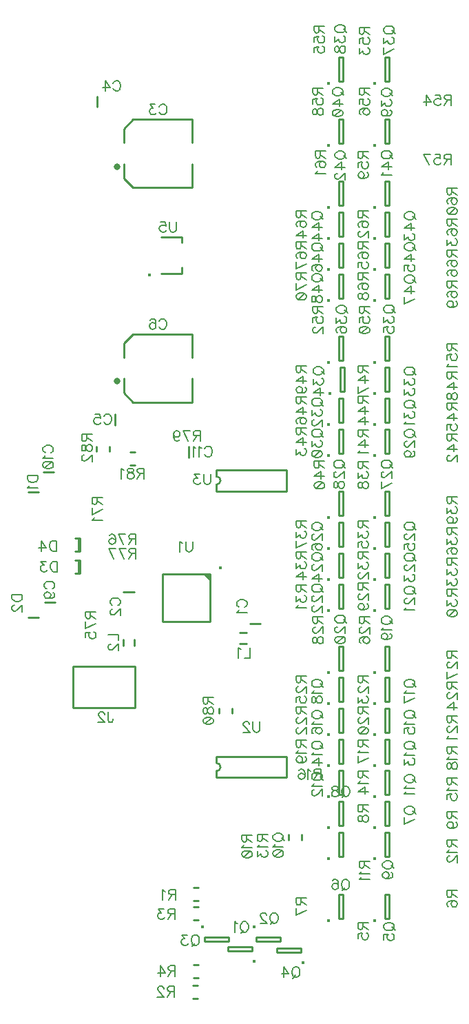
<source format=gbr>
G04 DipTrace 3.3.1.3*
G04 BottomSilk.gbr*
%MOIN*%
G04 #@! TF.FileFunction,Legend,Bot*
G04 #@! TF.Part,Single*
%ADD10C,0.009843*%
%ADD18C,0.031451*%
%ADD26C,0.015404*%
%ADD28C,0.015422*%
%ADD31O,0.016542X0.016422*%
%ADD36C,0.01542*%
%ADD84C,0.00772*%
%FSLAX26Y26*%
G04*
G70*
G90*
G75*
G01*
G04 BotSilk*
%LPD*%
X1611881Y2314841D2*
D10*
X1663022D1*
X1050522Y2466310D2*
X999381D1*
X1046643Y4422450D2*
X1331840D1*
X1001719Y4467330D2*
X1046643Y4422450D1*
Y4752450D2*
X1331840D1*
X1001719Y4707570D2*
X1046643Y4752450D1*
X1001719Y4536267D2*
Y4467330D1*
Y4707570D2*
Y4638633D1*
X1331840Y4536267D2*
Y4422450D1*
Y4752450D2*
Y4638633D1*
D18*
X969919Y4524453D3*
X871092Y4863022D2*
D10*
Y4811881D1*
X958593Y3325521D2*
Y3274379D1*
X1046643Y3384951D2*
X1331840D1*
X1001719Y3429831D2*
X1046643Y3384951D1*
Y3714951D2*
X1331840D1*
X1001719Y3670071D2*
X1046643Y3714951D1*
X1001719Y3498768D2*
Y3429831D1*
Y3670071D2*
Y3601134D1*
X1331840Y3498768D2*
Y3384951D1*
Y3714951D2*
Y3601134D1*
D18*
X969919Y3486954D3*
X669272Y2416310D2*
D10*
X618130D1*
X663022Y3047560D2*
X611881D1*
X1316311Y3118130D2*
Y3169272D1*
X588022Y2949832D2*
X536881D1*
Y2343820D2*
X588022D1*
X787864Y2618915D2*
X764304D1*
X787864Y2555986D2*
X764304D1*
X780449D2*
Y2618915D1*
X787898Y2555986D2*
Y2618915D1*
X787864Y2725165D2*
X764304D1*
X787864Y2662236D2*
X764304D1*
X780449D2*
Y2725165D1*
X787898Y2662236D2*
Y2725165D1*
X947902Y2106201D2*
X756202D1*
X1056202D2*
X756202D1*
X1056202Y1906201D2*
X756202D1*
X1056202Y2106201D2*
Y1906201D1*
X756202Y2106201D2*
Y1906201D1*
X1594171Y2216110D2*
X1562671D1*
X1594171Y2271228D2*
X1562671D1*
X1052542Y2237920D2*
Y2206420D1*
X997424Y2237920D2*
Y2206420D1*
D26*
X1630802Y678993D3*
X1621601Y729135D2*
D10*
X1503496D1*
Y748820D1*
X1621601D1*
Y729135D1*
D26*
X1631604Y845910D3*
X1640805Y795768D2*
D10*
X1758909D1*
Y776083D1*
X1640805D1*
Y795768D1*
D26*
X1381604Y845910D3*
X1390805Y795768D2*
D10*
X1508909D1*
Y776083D1*
X1390805D1*
Y795768D1*
D26*
X1868300Y672741D3*
X1859100Y722883D2*
D10*
X1740995D1*
Y742568D1*
X1859100D1*
Y722883D1*
D28*
X2216492Y876386D3*
X2266634Y885587D2*
D10*
Y1003692D1*
X2286319D1*
Y885587D1*
X2266634D1*
D28*
X1991492Y876386D3*
X2041634Y885587D2*
D10*
Y1003692D1*
X2061319D1*
Y885587D1*
X2041634D1*
D28*
X2216492Y1326385D3*
X2266634Y1335585D2*
D10*
Y1453690D1*
X2286319D1*
Y1335585D1*
X2266634D1*
D28*
X1991492Y1326385D3*
X2041634Y1335585D2*
D10*
Y1453690D1*
X2061319D1*
Y1335585D1*
X2041634D1*
D28*
X2216492Y1176386D3*
X2266634Y1185587D2*
D10*
Y1303692D1*
X2286319D1*
Y1185587D1*
X2266634D1*
D28*
X1991492Y1176386D3*
X2041634Y1185587D2*
D10*
Y1303692D1*
X2061319D1*
Y1185587D1*
X2041634D1*
D28*
X2216492Y1476386D3*
X2266634Y1485587D2*
D10*
Y1603692D1*
X2286319D1*
Y1485587D1*
X2266634D1*
D28*
X1991492Y1476386D3*
X2041634Y1485587D2*
D10*
Y1603692D1*
X2061319D1*
Y1485587D1*
X2041634D1*
D28*
X2216492Y1626385D3*
X2266634Y1635585D2*
D10*
Y1753690D1*
X2286319D1*
Y1635585D1*
X2266634D1*
D28*
X1991492Y1626385D3*
X2041634Y1635585D2*
D10*
Y1753690D1*
X2061319D1*
Y1635585D1*
X2041634D1*
D28*
X2216492Y1776386D3*
X2266634Y1785587D2*
D10*
Y1903692D1*
X2286319D1*
Y1785587D1*
X2266634D1*
D28*
X1991492Y1776386D3*
X2041634Y1785587D2*
D10*
Y1903692D1*
X2061319D1*
Y1785587D1*
X2041634D1*
D28*
X2216492Y1926385D3*
X2266634Y1935585D2*
D10*
Y2053690D1*
X2286319D1*
Y1935585D1*
X2266634D1*
D28*
X1991492Y1926385D3*
X2041634Y1935585D2*
D10*
Y2053690D1*
X2061319D1*
Y1935585D1*
X2041634D1*
D28*
X2216492Y2076386D3*
X2266634Y2085587D2*
D10*
Y2203692D1*
X2286319D1*
Y2085587D1*
X2266634D1*
D28*
X1991492Y2076386D3*
X2041634Y2085587D2*
D10*
Y2203692D1*
X2061319D1*
Y2085587D1*
X2041634D1*
D28*
X2216492Y2376386D3*
X2266634Y2385587D2*
D10*
Y2503692D1*
X2286319D1*
Y2385587D1*
X2266634D1*
D28*
X1991492Y2376386D3*
X2041634Y2385587D2*
D10*
Y2503692D1*
X2061319D1*
Y2385587D1*
X2041634D1*
D28*
X2216492Y2526386D3*
X2266634Y2535587D2*
D10*
Y2653692D1*
X2286319D1*
Y2535587D1*
X2266634D1*
D28*
X1991492Y2526386D3*
X2041634Y2535587D2*
D10*
Y2653692D1*
X2061319D1*
Y2535587D1*
X2041634D1*
D28*
X2216492Y2676386D3*
X2266634Y2685587D2*
D10*
Y2803692D1*
X2286319D1*
Y2685587D1*
X2266634D1*
D28*
X1991492Y2676386D3*
X2041634Y2685587D2*
D10*
Y2803692D1*
X2061319D1*
Y2685587D1*
X2041634D1*
D28*
X2216492Y2826386D3*
X2266634Y2835587D2*
D10*
Y2953692D1*
X2286319D1*
Y2835587D1*
X2266634D1*
D28*
X1991492Y2826386D3*
X2041634Y2835587D2*
D10*
Y2953692D1*
X2061319D1*
Y2835587D1*
X2041634D1*
D28*
X2216492Y3126386D3*
X2266634Y3135587D2*
D10*
Y3253692D1*
X2286319D1*
Y3135587D1*
X2266634D1*
D28*
X1991492Y3126386D3*
X2041634Y3135587D2*
D10*
Y3253692D1*
X2061319D1*
Y3135587D1*
X2041634D1*
D28*
X2216492Y3276386D3*
X2266634Y3285587D2*
D10*
Y3403692D1*
X2286319D1*
Y3285587D1*
X2266634D1*
D28*
X1991492Y3276386D3*
X2041634Y3285587D2*
D10*
Y3403692D1*
X2061319D1*
Y3285587D1*
X2041634D1*
D28*
X2216492Y3426386D3*
X2266634Y3435587D2*
D10*
Y3553692D1*
X2286319D1*
Y3435587D1*
X2266634D1*
D28*
X1997743Y3426386D3*
X2047884Y3435587D2*
D10*
Y3553692D1*
X2067570D1*
Y3435587D1*
X2047884D1*
D28*
X2216492Y3576386D3*
X2266634Y3585587D2*
D10*
Y3703692D1*
X2286319D1*
Y3585587D1*
X2266634D1*
D28*
X1991492Y3576386D3*
X2041634Y3585587D2*
D10*
Y3703692D1*
X2061319D1*
Y3585587D1*
X2041634D1*
D28*
X2216492Y4926386D3*
X2266634Y4935587D2*
D10*
Y5053692D1*
X2286319D1*
Y4935587D1*
X2266634D1*
D28*
X1991492Y4926386D3*
X2041634Y4935587D2*
D10*
Y5053692D1*
X2061319D1*
Y4935587D1*
X2041634D1*
D28*
X2216492Y4626386D3*
X2266634Y4635587D2*
D10*
Y4753692D1*
X2286319D1*
Y4635587D1*
X2266634D1*
D28*
X1991492Y4626386D3*
X2041634Y4635587D2*
D10*
Y4753692D1*
X2061319D1*
Y4635587D1*
X2041634D1*
D28*
X2216492Y4326386D3*
X2266634Y4335587D2*
D10*
Y4453692D1*
X2286319D1*
Y4335587D1*
X2266634D1*
D28*
X1991492Y4326386D3*
X2041634Y4335587D2*
D10*
Y4453692D1*
X2061319D1*
Y4335587D1*
X2041634D1*
D28*
X2216492Y4176386D3*
X2266634Y4185587D2*
D10*
Y4303692D1*
X2286319D1*
Y4185587D1*
X2266634D1*
D28*
X1991492Y4176386D3*
X2041634Y4185587D2*
D10*
Y4303692D1*
X2061319D1*
Y4185587D1*
X2041634D1*
D28*
X2216492Y4026386D3*
X2266634Y4035587D2*
D10*
Y4153692D1*
X2286319D1*
Y4035587D1*
X2266634D1*
D28*
X1991492Y4026386D3*
X2041634Y4035587D2*
D10*
Y4153692D1*
X2061319D1*
Y4035587D1*
X2041634D1*
D28*
X2216492Y3876386D3*
X2266634Y3885587D2*
D10*
Y4003692D1*
X2286319D1*
Y3885587D1*
X2266634D1*
D28*
X1991492Y3876386D3*
X2041634Y3885587D2*
D10*
Y4003692D1*
X2061319D1*
Y3885587D1*
X2041634D1*
X1362864Y974736D2*
X1339304D1*
X1362864Y1037665D2*
X1339304D1*
X1336007Y562665D2*
X1359566D1*
X1336007Y499736D2*
X1359566D1*
X1338073Y943916D2*
X1361633D1*
X1338073Y880987D2*
X1361633D1*
X1362864Y599736D2*
X1339304D1*
X1362864Y662665D2*
X1339304D1*
X1799738Y1268289D2*
Y1291848D1*
X1862667Y1268289D2*
Y1291848D1*
X1462236Y1880789D2*
Y1904348D1*
X1525165Y1880789D2*
Y1904348D1*
X1056613Y3080987D2*
X1033054D1*
X1056613Y3143916D2*
X1033054D1*
X931416Y3169113D2*
Y3145554D1*
X868487Y3169113D2*
Y3145554D1*
X1417508Y2551929D2*
X1189185D1*
Y2323565D1*
X1417508D1*
Y2551929D1*
D31*
X1469161Y2583044D3*
G36*
X1417508Y2551929D2*
Y2520436D1*
X1386015Y2551929D1*
X1417508D1*
G37*
X1449404Y1670873D2*
D10*
X1787997D1*
X1449404Y1568497D2*
X1787997D1*
Y1670873D2*
Y1568497D1*
X1449404Y1670873D2*
Y1639380D1*
Y1599991D2*
Y1568497D1*
Y1639380D2*
G02X1449404Y1599991I12J-19694D01*
G01*
Y3057339D2*
X1787997D1*
X1449404Y2954963D2*
X1787997D1*
Y3057339D2*
Y2954963D1*
X1449404Y3057339D2*
Y3025845D1*
Y2986456D2*
Y2954963D1*
Y3025845D2*
G02X1449404Y2986456I12J-19694D01*
G01*
X1183085Y4007923D2*
X1281491D1*
Y4037464D1*
Y4155549D2*
Y4185089D1*
X1183085D1*
D36*
X1124455Y3998826D3*
X1559139Y2393999D2*
D84*
X1554386Y2396376D1*
X1549577Y2401184D1*
X1547201Y2405938D1*
Y2415499D1*
X1549577Y2420308D1*
X1554386Y2425061D1*
X1559139Y2427493D1*
X1566324Y2429869D1*
X1578318D1*
X1585447Y2427493D1*
X1590256Y2425061D1*
X1595009Y2420308D1*
X1597441Y2415499D1*
Y2405937D1*
X1595009Y2401184D1*
X1590256Y2396376D1*
X1585447Y2393999D1*
X1556818Y2378560D2*
X1554386Y2373752D1*
X1547256Y2366567D1*
X1597441D1*
X946639Y2401964D2*
X941886Y2404341D1*
X937077Y2409150D1*
X934701Y2413903D1*
Y2423464D1*
X937077Y2428273D1*
X941886Y2433026D1*
X946639Y2435458D1*
X953824Y2437834D1*
X965818D1*
X972947Y2435458D1*
X977756Y2433026D1*
X982509Y2428273D1*
X984941Y2423464D1*
Y2413903D1*
X982509Y2409149D1*
X977756Y2404341D1*
X972947Y2401964D1*
X946694Y2384093D2*
X944318D1*
X939509Y2381717D1*
X937133Y2379340D1*
X934756Y2374532D1*
Y2364970D1*
X937133Y2360217D1*
X939509Y2357840D1*
X944318Y2355409D1*
X949071D1*
X953879Y2357840D1*
X961009Y2362594D1*
X984941Y2386525D1*
Y2353032D1*
X1173311Y4813735D2*
X1175687Y4818488D1*
X1180496Y4823297D1*
X1185249Y4825673D1*
X1194811D1*
X1199619Y4823297D1*
X1204372Y4818488D1*
X1206804Y4813735D1*
X1209181Y4806550D1*
Y4794556D1*
X1206804Y4787427D1*
X1204372Y4782618D1*
X1199619Y4777865D1*
X1194811Y4775433D1*
X1185249D1*
X1180496Y4777865D1*
X1175687Y4782618D1*
X1173311Y4787427D1*
X1153063Y4825618D2*
X1126810D1*
X1141125Y4806495D1*
X1133940D1*
X1129187Y4804118D1*
X1126810Y4801741D1*
X1124378Y4794556D1*
Y4789803D1*
X1126810Y4782618D1*
X1131563Y4777810D1*
X1138748Y4775433D1*
X1145933D1*
X1153063Y4777810D1*
X1155440Y4780242D1*
X1157872Y4784995D1*
X949688Y4928264D2*
X952065Y4933017D1*
X956873Y4937825D1*
X961626Y4940202D1*
X971188D1*
X975996Y4937825D1*
X980750Y4933017D1*
X983181Y4928264D1*
X985558Y4921079D1*
Y4909085D1*
X983181Y4901956D1*
X980750Y4897147D1*
X975996Y4892394D1*
X971188Y4889962D1*
X961626D1*
X956873Y4892394D1*
X952065Y4897147D1*
X949688Y4901956D1*
X910317Y4889962D2*
Y4940147D1*
X934249Y4906709D1*
X898379D1*
X904750Y3315763D2*
X907127Y3320516D1*
X911936Y3325324D1*
X916689Y3327701D1*
X926250D1*
X931059Y3325324D1*
X935812Y3320516D1*
X938244Y3315763D1*
X940620Y3308578D1*
Y3296584D1*
X938244Y3289454D1*
X935812Y3284646D1*
X931059Y3279893D1*
X926250Y3277461D1*
X916689D1*
X911936Y3279893D1*
X907127Y3284646D1*
X904750Y3289454D1*
X860626Y3327645D2*
X884503D1*
X886879Y3306146D1*
X884503Y3308522D1*
X877318Y3310954D1*
X870188D1*
X863003Y3308522D1*
X858194Y3303769D1*
X855818Y3296584D1*
Y3291831D1*
X858194Y3284646D1*
X863003Y3279837D1*
X870188Y3277461D1*
X877318D1*
X884503Y3279837D1*
X886879Y3282269D1*
X889311Y3287022D1*
X1172095Y3776236D2*
X1174472Y3780989D1*
X1179280Y3785798D1*
X1184033Y3788175D1*
X1193595D1*
X1198403Y3785798D1*
X1203156Y3780989D1*
X1205588Y3776236D1*
X1207965Y3769051D1*
Y3757058D1*
X1205588Y3749928D1*
X1203156Y3745120D1*
X1198403Y3740366D1*
X1193595Y3737935D1*
X1184033D1*
X1179280Y3740366D1*
X1174472Y3745120D1*
X1172095Y3749928D1*
X1127971Y3780989D2*
X1130347Y3785743D1*
X1137532Y3788119D1*
X1142286D1*
X1149471Y3785743D1*
X1154279Y3778558D1*
X1156656Y3766619D1*
Y3754681D1*
X1154279Y3745120D1*
X1149471Y3740311D1*
X1142286Y3737935D1*
X1139909D1*
X1132779Y3740311D1*
X1127971Y3745120D1*
X1125594Y3752305D1*
Y3754681D1*
X1127971Y3761866D1*
X1132779Y3766619D1*
X1139909Y3768996D1*
X1142286D1*
X1149471Y3766619D1*
X1154279Y3761866D1*
X1156656Y3754681D1*
X627888Y2482026D2*
X623135Y2484402D1*
X618327Y2489211D1*
X615950Y2493964D1*
Y2503525D1*
X618327Y2508334D1*
X623135Y2513087D1*
X627888Y2515519D1*
X635073Y2517895D1*
X647067D1*
X654197Y2515519D1*
X659005Y2513087D1*
X663758Y2508334D1*
X666190Y2503525D1*
Y2493964D1*
X663758Y2489211D1*
X659005Y2484402D1*
X654197Y2482025D1*
X632697Y2435470D2*
X639882Y2437901D1*
X644690Y2442655D1*
X647067Y2449840D1*
Y2452216D1*
X644690Y2459401D1*
X639882Y2464154D1*
X632697Y2466586D1*
X630320D1*
X623135Y2464154D1*
X618382Y2459401D1*
X616005Y2452216D1*
Y2449840D1*
X618382Y2442655D1*
X623135Y2437901D1*
X632697Y2435470D1*
X644690D1*
X656629Y2437901D1*
X663814Y2442655D1*
X666190Y2449840D1*
Y2454593D1*
X663814Y2461778D1*
X659005Y2464154D1*
X621639Y3140682D2*
X616886Y3143059D1*
X612077Y3147867D1*
X609701Y3152620D1*
Y3162182D1*
X612077Y3166990D1*
X616886Y3171744D1*
X621639Y3174175D1*
X628824Y3176552D1*
X640818D1*
X647947Y3174175D1*
X652756Y3171744D1*
X657509Y3166990D1*
X659941Y3162182D1*
Y3152620D1*
X657509Y3147867D1*
X652756Y3143059D1*
X647947Y3140682D1*
X619318Y3125243D2*
X616886Y3120434D1*
X609756Y3113249D1*
X659941D1*
X609756Y3083440D2*
X612133Y3090625D1*
X619318Y3095434D1*
X631256Y3097810D1*
X638441D1*
X650379Y3095434D1*
X657564Y3090625D1*
X659941Y3083440D1*
Y3078687D1*
X657564Y3071502D1*
X650379Y3066749D1*
X638441Y3064317D1*
X631256D1*
X619318Y3066749D1*
X612133Y3071502D1*
X609756Y3078687D1*
Y3083440D1*
X619318Y3066749D2*
X650379Y3095434D1*
X1392432Y3159513D2*
X1394809Y3164266D1*
X1399617Y3169075D1*
X1404370Y3171451D1*
X1413932D1*
X1418740Y3169075D1*
X1423494Y3164266D1*
X1425925Y3159513D1*
X1428302Y3152328D1*
Y3140335D1*
X1425925Y3133205D1*
X1423494Y3128396D1*
X1418740Y3123643D1*
X1413932Y3121211D1*
X1404370D1*
X1399617Y3123643D1*
X1394809Y3128396D1*
X1392432Y3133205D1*
X1376993Y3161835D2*
X1372184Y3164266D1*
X1364999Y3171396D1*
Y3121211D1*
X1349560Y3161835D2*
X1344752Y3164266D1*
X1337567Y3171396D1*
Y3121211D1*
X534701Y3030159D2*
X584941D1*
Y3013412D1*
X582509Y3006227D1*
X577756Y3001418D1*
X572947Y2999042D1*
X565818Y2996665D1*
X553824D1*
X546639Y2999042D1*
X541886Y3001419D1*
X537077Y3006227D1*
X534701Y3013412D1*
Y3030159D1*
X544318Y2981226D2*
X541886Y2976418D1*
X534756Y2969233D1*
X584941D1*
X459701Y2453920D2*
X509941D1*
Y2437174D1*
X507509Y2429989D1*
X502756Y2425180D1*
X497947Y2422804D1*
X490818Y2420427D1*
X478824D1*
X471639Y2422804D1*
X466886Y2425180D1*
X462077Y2429989D1*
X459701Y2437174D1*
Y2453920D1*
X471694Y2402556D2*
X469318D1*
X464509Y2400179D1*
X462133Y2397803D1*
X459756Y2392994D1*
Y2383433D1*
X462133Y2378680D1*
X464509Y2376303D1*
X469318Y2373871D1*
X474071D1*
X478879Y2376303D1*
X486009Y2381056D1*
X509941Y2404988D1*
Y2371495D1*
X679797Y2614856D2*
Y2564616D1*
X663050D1*
X655865Y2567048D1*
X651057Y2571801D1*
X648680Y2576610D1*
X646304Y2583740D1*
Y2595733D1*
X648680Y2602918D1*
X651057Y2607671D1*
X655865Y2612480D1*
X663050Y2614856D1*
X679797D1*
X626056Y2614801D2*
X599803D1*
X614118Y2595678D1*
X606933D1*
X602179Y2593301D1*
X599803Y2590925D1*
X597371Y2583740D1*
Y2578986D1*
X599803Y2571801D1*
X604556Y2566993D1*
X611741Y2564616D1*
X618926D1*
X626056Y2566993D1*
X628433Y2569425D1*
X630864Y2574178D1*
X674735Y2714857D2*
Y2664617D1*
X657989D1*
X650804Y2667049D1*
X645995Y2671802D1*
X643618Y2676610D1*
X641242Y2683740D1*
Y2695734D1*
X643618Y2702919D1*
X645995Y2707672D1*
X650804Y2712480D1*
X657989Y2714857D1*
X674735D1*
X601871Y2664617D2*
Y2714802D1*
X625803Y2681364D1*
X589933D1*
X924952Y1885673D2*
Y1847427D1*
X927328Y1840242D1*
X929760Y1837865D1*
X934514Y1835433D1*
X939322D1*
X944075Y1837865D1*
X946452Y1840242D1*
X948884Y1847427D1*
Y1852180D1*
X907081Y1873680D2*
Y1876056D1*
X904704Y1880865D1*
X902328Y1883241D1*
X897519Y1885618D1*
X887958D1*
X883204Y1883241D1*
X880828Y1880865D1*
X878396Y1876056D1*
Y1871303D1*
X880828Y1866495D1*
X885581Y1859365D1*
X909513Y1835433D1*
X876019D1*
X1612704Y2198420D2*
Y2148180D1*
X1584020D1*
X1568580Y2188803D2*
X1563772Y2191235D1*
X1556587Y2198365D1*
Y2148180D1*
X926482Y2260954D2*
X976722D1*
Y2232270D1*
X938475Y2214399D2*
X936099D1*
X931290Y2212022D1*
X928914Y2209645D1*
X926537Y2204837D1*
Y2195275D1*
X928914Y2190522D1*
X931290Y2188146D1*
X936099Y2185714D1*
X940852D1*
X945660Y2188146D1*
X952790Y2192899D1*
X976722Y2216830D1*
Y2183337D1*
X1589497Y871896D2*
X1594250Y869574D1*
X1599059Y864766D1*
X1601435Y859957D1*
X1603867Y852772D1*
Y840834D1*
X1601435Y833649D1*
X1599059Y828896D1*
X1594250Y824088D1*
X1589497Y821711D1*
X1579936D1*
X1575127Y824088D1*
X1570374Y828896D1*
X1567997Y833649D1*
X1565565Y840834D1*
Y852772D1*
X1567997Y859957D1*
X1570374Y864766D1*
X1575127Y869574D1*
X1579936Y871896D1*
X1589497D1*
X1582312Y831273D2*
X1567997Y816902D1*
X1550126Y862279D2*
X1545318Y864711D1*
X1538133Y871840D1*
Y821656D1*
X1733153Y914344D2*
X1737906Y912022D1*
X1742714Y907214D1*
X1745091Y902406D1*
X1747523Y895221D1*
Y883282D1*
X1745091Y876097D1*
X1742714Y871344D1*
X1737906Y866536D1*
X1733153Y864159D1*
X1723591D1*
X1718783Y866536D1*
X1714029Y871344D1*
X1711653Y876097D1*
X1709221Y883282D1*
Y895221D1*
X1711653Y902406D1*
X1714029Y907214D1*
X1718783Y912022D1*
X1723591Y914344D1*
X1733153D1*
X1725968Y873721D2*
X1711653Y859351D1*
X1691350Y902350D2*
Y904727D1*
X1688973Y909535D1*
X1686597Y911912D1*
X1681788Y914289D1*
X1672227D1*
X1667473Y911912D1*
X1665097Y909535D1*
X1662665Y904727D1*
Y899974D1*
X1665097Y895165D1*
X1669850Y888036D1*
X1693782Y864104D1*
X1660288D1*
X1351903Y808094D2*
X1356656Y805772D1*
X1361464Y800964D1*
X1363841Y796156D1*
X1366273Y788971D1*
Y777032D1*
X1363841Y769847D1*
X1361464Y765094D1*
X1356656Y760286D1*
X1351903Y757909D1*
X1342341D1*
X1337533Y760286D1*
X1332779Y765094D1*
X1330403Y769847D1*
X1327971Y777032D1*
Y788971D1*
X1330403Y796156D1*
X1332779Y800964D1*
X1337533Y805772D1*
X1342341Y808094D1*
X1351903D1*
X1344718Y767471D2*
X1330403Y753101D1*
X1307723Y808039D2*
X1281470D1*
X1295785Y788915D1*
X1288600D1*
X1283847Y786539D1*
X1281470Y784162D1*
X1279038Y776977D1*
Y772224D1*
X1281470Y765039D1*
X1286223Y760230D1*
X1293408Y757854D1*
X1300593D1*
X1307723Y760230D1*
X1310100Y762662D1*
X1312532Y767415D1*
X1838934Y653144D2*
X1843687Y650822D1*
X1848496Y646014D1*
X1850872Y641205D1*
X1853304Y634020D1*
Y622082D1*
X1850872Y614897D1*
X1848496Y610144D1*
X1843687Y605336D1*
X1838934Y602959D1*
X1829372D1*
X1824564Y605336D1*
X1819811Y610144D1*
X1817434Y614897D1*
X1815002Y622082D1*
Y634020D1*
X1817434Y641205D1*
X1819811Y646014D1*
X1824564Y650822D1*
X1829372Y653144D1*
X1838934D1*
X1831749Y612521D2*
X1817434Y598150D1*
X1775631Y602904D2*
Y653088D1*
X1799563Y619650D1*
X1763693D1*
X2259380Y852935D2*
X2261701Y857688D1*
X2266510Y862496D1*
X2271318Y864873D1*
X2278503Y867305D1*
X2290441D1*
X2297627Y864873D1*
X2302380Y862496D1*
X2307188Y857688D1*
X2309565Y852935D1*
Y843373D1*
X2307188Y838565D1*
X2302380Y833812D1*
X2297627Y831435D1*
X2290441Y829003D1*
X2278503D1*
X2271318Y831435D1*
X2266510Y833812D1*
X2261701Y838565D1*
X2259380Y843373D1*
Y852935D1*
X2300003Y845750D2*
X2314373Y831435D1*
X2259435Y784879D2*
Y808755D1*
X2280935Y811132D1*
X2278559Y808755D1*
X2276127Y801570D1*
Y794441D1*
X2278558Y787256D1*
X2283312Y782447D1*
X2290497Y780071D1*
X2295250D1*
X2302435Y782447D1*
X2307243Y787256D1*
X2309620Y794441D1*
Y801570D1*
X2307243Y808755D1*
X2304812Y811132D1*
X2300058Y813564D1*
X2078632Y1076915D2*
X2083385Y1074593D1*
X2088194Y1069785D1*
X2090570Y1064976D1*
X2093002Y1057791D1*
Y1045853D1*
X2090570Y1038668D1*
X2088194Y1033915D1*
X2083385Y1029107D1*
X2078632Y1026730D1*
X2069071D1*
X2064262Y1029107D1*
X2059509Y1033915D1*
X2057132Y1038668D1*
X2054701Y1045853D1*
Y1057791D1*
X2057132Y1064976D1*
X2059509Y1069785D1*
X2064262Y1074593D1*
X2069071Y1076915D1*
X2078632D1*
X2071447Y1036292D2*
X2057132Y1021921D1*
X2010576Y1069730D2*
X2012953Y1074483D1*
X2020138Y1076859D1*
X2024891D1*
X2032076Y1074483D1*
X2036885Y1067298D1*
X2039261Y1055360D1*
Y1043421D1*
X2036885Y1033860D1*
X2032076Y1029051D1*
X2024891Y1026675D1*
X2022515D1*
X2015385Y1029051D1*
X2010576Y1033860D1*
X2008200Y1041045D1*
Y1043421D1*
X2010576Y1050606D1*
X2015385Y1055360D1*
X2022515Y1057736D1*
X2024891D1*
X2032076Y1055360D1*
X2036885Y1050606D1*
X2039261Y1043421D1*
X2359380Y1415434D2*
X2361701Y1420187D1*
X2366510Y1424995D1*
X2371318Y1427372D1*
X2378503Y1429804D1*
X2390441D1*
X2397627Y1427372D1*
X2402380Y1424995D1*
X2407188Y1420187D1*
X2409565Y1415433D1*
Y1405872D1*
X2407188Y1401063D1*
X2402380Y1396310D1*
X2397627Y1393934D1*
X2390441Y1391502D1*
X2378503D1*
X2371318Y1393934D1*
X2366510Y1396310D1*
X2361701Y1401063D1*
X2359380Y1405872D1*
Y1415434D1*
X2400003Y1408248D2*
X2414373Y1393934D1*
X2409620Y1366501D2*
X2359435Y1342569D1*
Y1376063D1*
X2079821Y1526913D2*
X2084574Y1524592D1*
X2089382Y1519784D1*
X2091759Y1514975D1*
X2094191Y1507790D1*
Y1495852D1*
X2091759Y1488667D1*
X2089382Y1483914D1*
X2084574Y1479105D1*
X2079821Y1476729D1*
X2070259D1*
X2065450Y1479105D1*
X2060697Y1483914D1*
X2058321Y1488667D1*
X2055889Y1495852D1*
Y1507790D1*
X2058321Y1514975D1*
X2060697Y1519784D1*
X2065450Y1524592D1*
X2070259Y1526913D1*
X2079821D1*
X2072635Y1486290D2*
X2058321Y1471920D1*
X2028511Y1526858D2*
X2035641Y1524482D1*
X2038073Y1519728D1*
Y1514920D1*
X2035641Y1510167D1*
X2030888Y1507735D1*
X2021326Y1505358D1*
X2014141Y1502982D1*
X2009388Y1498173D1*
X2007011Y1493420D1*
Y1486235D1*
X2009388Y1481482D1*
X2011765Y1479050D1*
X2018950Y1476673D1*
X2028511D1*
X2035641Y1479050D1*
X2038073Y1481482D1*
X2040450Y1486235D1*
Y1493420D1*
X2038073Y1498173D1*
X2033265Y1502982D1*
X2026135Y1505358D1*
X2016573Y1507735D1*
X2011765Y1510167D1*
X2009388Y1514920D1*
Y1519728D1*
X2011765Y1524482D1*
X2018950Y1526858D1*
X2028511D1*
X2253130Y1151747D2*
X2255451Y1156500D1*
X2260260Y1161308D1*
X2265068Y1163685D1*
X2272253Y1166117D1*
X2284191D1*
X2291377Y1163685D1*
X2296130Y1161308D1*
X2300938Y1156500D1*
X2303315Y1151746D1*
Y1142185D1*
X2300938Y1137376D1*
X2296130Y1132623D1*
X2291377Y1130247D1*
X2284191Y1127815D1*
X2272253D1*
X2265068Y1130247D1*
X2260260Y1132623D1*
X2255451Y1137376D1*
X2253130Y1142185D1*
Y1151747D1*
X2293753Y1144561D2*
X2308123Y1130247D1*
X2269877Y1081259D2*
X2277062Y1083691D1*
X2281870Y1088444D1*
X2284247Y1095629D1*
Y1098006D1*
X2281870Y1105191D1*
X2277062Y1109944D1*
X2269877Y1112376D1*
X2267500D1*
X2260315Y1109944D1*
X2255562Y1105191D1*
X2253185Y1098006D1*
Y1095629D1*
X2255562Y1088444D1*
X2260315Y1083691D1*
X2269877Y1081259D1*
X2281870D1*
X2293808Y1083691D1*
X2300993Y1088444D1*
X2303370Y1095629D1*
Y1100382D1*
X2300993Y1107567D1*
X2296185Y1109944D1*
X1723058Y1285401D2*
X1725379Y1290154D1*
X1730188Y1294963D1*
X1734996Y1297339D1*
X1742181Y1299771D1*
X1754119D1*
X1761304Y1297339D1*
X1766057Y1294963D1*
X1770866Y1290154D1*
X1773243Y1285401D1*
Y1275840D1*
X1770866Y1271031D1*
X1766057Y1266278D1*
X1761304Y1263901D1*
X1754119Y1261469D1*
X1742181D1*
X1734996Y1263901D1*
X1730188Y1266278D1*
X1725379Y1271031D1*
X1723058Y1275840D1*
Y1285401D1*
X1763681Y1278216D2*
X1778051Y1263901D1*
X1732675Y1246030D2*
X1730243Y1241222D1*
X1723113Y1234037D1*
X1773298D1*
X1723113Y1204227D2*
X1725490Y1211413D1*
X1732675Y1216221D1*
X1744613Y1218598D1*
X1751798D1*
X1763736Y1216221D1*
X1770921Y1211412D1*
X1773298Y1204227D1*
Y1199474D1*
X1770921Y1192289D1*
X1763736Y1187536D1*
X1751798Y1185104D1*
X1744613D1*
X1732675Y1187536D1*
X1725490Y1192289D1*
X1723113Y1199474D1*
Y1204227D1*
X1732675Y1187536D2*
X1763736Y1216221D1*
X2359380Y1568401D2*
X2361701Y1573154D1*
X2366510Y1577963D1*
X2371318Y1580339D1*
X2378503Y1582771D1*
X2390441D1*
X2397627Y1580339D1*
X2402380Y1577963D1*
X2407188Y1573154D1*
X2409565Y1568401D1*
Y1558840D1*
X2407188Y1554031D1*
X2402380Y1549278D1*
X2397627Y1546901D1*
X2390441Y1544470D1*
X2378503D1*
X2371318Y1546901D1*
X2366510Y1549278D1*
X2361701Y1554031D1*
X2359380Y1558840D1*
Y1568401D1*
X2400003Y1561216D2*
X2414373Y1546901D1*
X2368997Y1529030D2*
X2366565Y1524222D1*
X2359435Y1517037D1*
X2409620D1*
X2368997Y1501598D2*
X2366565Y1496789D1*
X2359435Y1489604D1*
X2409620D1*
X1910558Y1579151D2*
X1912879Y1583904D1*
X1917688Y1588713D1*
X1922496Y1591089D1*
X1929681Y1593521D1*
X1941619D1*
X1948804Y1591089D1*
X1953557Y1588713D1*
X1958366Y1583904D1*
X1960743Y1579151D1*
Y1569590D1*
X1958366Y1564781D1*
X1953557Y1560028D1*
X1948804Y1557651D1*
X1941619Y1555219D1*
X1929681D1*
X1922496Y1557651D1*
X1917688Y1560028D1*
X1912879Y1564781D1*
X1910558Y1569590D1*
Y1579151D1*
X1951181Y1571966D2*
X1965551Y1557651D1*
X1920175Y1539780D2*
X1917743Y1534972D1*
X1910613Y1527787D1*
X1960798D1*
X1922551Y1509916D2*
X1920175D1*
X1915366Y1507539D1*
X1912990Y1505163D1*
X1910613Y1500354D1*
Y1490792D1*
X1912990Y1486039D1*
X1915366Y1483663D1*
X1920175Y1481231D1*
X1924928D1*
X1929736Y1483663D1*
X1936866Y1488416D1*
X1960798Y1512347D1*
Y1478854D1*
X2359380Y1729150D2*
X2361701Y1733903D1*
X2366510Y1738711D1*
X2371318Y1741088D1*
X2378503Y1743520D1*
X2390441D1*
X2397627Y1741088D1*
X2402380Y1738711D1*
X2407188Y1733903D1*
X2409565Y1729150D1*
Y1719588D1*
X2407188Y1714780D1*
X2402380Y1710027D1*
X2397627Y1707650D1*
X2390441Y1705218D1*
X2378503D1*
X2371318Y1707650D1*
X2366510Y1710027D1*
X2361701Y1714780D1*
X2359380Y1719588D1*
Y1729150D1*
X2400003Y1721965D2*
X2414373Y1707650D1*
X2368997Y1689779D2*
X2366565Y1684970D1*
X2359435Y1677785D1*
X2409620D1*
X2359435Y1657538D2*
Y1631285D1*
X2378559Y1645600D1*
Y1638415D1*
X2380935Y1633661D1*
X2383312Y1631285D1*
X2390497Y1628853D1*
X2395250D1*
X2402435Y1631285D1*
X2407243Y1636038D1*
X2409620Y1643223D1*
Y1650408D1*
X2407243Y1657538D1*
X2404812Y1659914D1*
X2400058Y1662346D1*
X1910558Y1730338D2*
X1912879Y1735091D1*
X1917688Y1739900D1*
X1922496Y1742276D1*
X1929681Y1744708D1*
X1941619D1*
X1948804Y1742276D1*
X1953557Y1739900D1*
X1958366Y1735091D1*
X1960743Y1730338D1*
Y1720776D1*
X1958366Y1715968D1*
X1953557Y1711215D1*
X1948804Y1708838D1*
X1941619Y1706406D1*
X1929681D1*
X1922496Y1708838D1*
X1917688Y1711215D1*
X1912879Y1715968D1*
X1910558Y1720777D1*
Y1730338D1*
X1951181Y1723153D2*
X1965551Y1708838D1*
X1920175Y1690967D2*
X1917743Y1686159D1*
X1910613Y1678974D1*
X1960798D1*
Y1639603D2*
X1910613D1*
X1944051Y1663534D1*
Y1627665D1*
X2359380Y1879151D2*
X2361701Y1883904D1*
X2366510Y1888713D1*
X2371318Y1891089D1*
X2378503Y1893521D1*
X2390441D1*
X2397627Y1891089D1*
X2402380Y1888713D1*
X2407188Y1883904D1*
X2409565Y1879151D1*
Y1869590D1*
X2407188Y1864781D1*
X2402380Y1860028D1*
X2397627Y1857651D1*
X2390441Y1855219D1*
X2378503D1*
X2371318Y1857651D1*
X2366510Y1860028D1*
X2361701Y1864781D1*
X2359380Y1869590D1*
Y1879151D1*
X2400003Y1871966D2*
X2414373Y1857651D1*
X2368997Y1839780D2*
X2366565Y1834972D1*
X2359435Y1827787D1*
X2409620D1*
X2359435Y1783663D2*
Y1807539D1*
X2380935Y1809916D1*
X2378559Y1807539D1*
X2376127Y1800354D1*
Y1793224D1*
X2378558Y1786039D1*
X2383312Y1781231D1*
X2390497Y1778854D1*
X2395250D1*
X2402435Y1781231D1*
X2407243Y1786039D1*
X2409620Y1793224D1*
Y1800354D1*
X2407243Y1807539D1*
X2404812Y1809916D1*
X2400058Y1812348D1*
X1910558Y1877935D2*
X1912879Y1882688D1*
X1917688Y1887497D1*
X1922496Y1889873D1*
X1929681Y1892305D1*
X1941619D1*
X1948804Y1889873D1*
X1953557Y1887497D1*
X1958366Y1882688D1*
X1960743Y1877935D1*
Y1868374D1*
X1958366Y1863565D1*
X1953558Y1858812D1*
X1948804Y1856435D1*
X1941619Y1854004D1*
X1929681D1*
X1922496Y1856435D1*
X1917688Y1858812D1*
X1912879Y1863565D1*
X1910558Y1868374D1*
Y1877935D1*
X1951181Y1870750D2*
X1965551Y1856435D1*
X1920175Y1838564D2*
X1917743Y1833756D1*
X1910613Y1826571D1*
X1960798D1*
X1917743Y1782447D2*
X1912990Y1784823D1*
X1910613Y1792008D1*
Y1796762D1*
X1912990Y1803947D1*
X1920175Y1808755D1*
X1932113Y1811132D1*
X1944051D1*
X1953613Y1808755D1*
X1958421Y1803947D1*
X1960798Y1796762D1*
Y1794385D1*
X1958421Y1787255D1*
X1953613Y1782447D1*
X1946428Y1780070D1*
X1944051D1*
X1936866Y1782447D1*
X1932113Y1787255D1*
X1929736Y1794385D1*
Y1796762D1*
X1932113Y1803947D1*
X1936866Y1808755D1*
X1944051Y1811132D1*
X2359380Y2029150D2*
X2361701Y2033903D1*
X2366510Y2038711D1*
X2371318Y2041088D1*
X2378503Y2043520D1*
X2390441D1*
X2397627Y2041088D1*
X2402380Y2038711D1*
X2407188Y2033903D1*
X2409565Y2029150D1*
Y2019588D1*
X2407188Y2014780D1*
X2402380Y2010027D1*
X2397627Y2007650D1*
X2390441Y2005218D1*
X2378503D1*
X2371318Y2007650D1*
X2366510Y2010027D1*
X2361701Y2014780D1*
X2359380Y2019588D1*
Y2029150D1*
X2400003Y2021965D2*
X2414373Y2007650D1*
X2368997Y1989779D2*
X2366565Y1984970D1*
X2359435Y1977785D1*
X2409620D1*
Y1952785D2*
X2359435Y1928853D1*
Y1962346D1*
X1910558Y2029122D2*
X1912879Y2033875D1*
X1917688Y2038684D1*
X1922496Y2041060D1*
X1929681Y2043492D1*
X1941619D1*
X1948804Y2041060D1*
X1953557Y2038684D1*
X1958366Y2033875D1*
X1960743Y2029122D1*
Y2019561D1*
X1958366Y2014752D1*
X1953557Y2009999D1*
X1948804Y2007622D1*
X1941619Y2005191D1*
X1929681D1*
X1922496Y2007622D1*
X1917688Y2009999D1*
X1912879Y2014752D1*
X1910558Y2019561D1*
Y2029122D1*
X1951181Y2021937D2*
X1965551Y2007622D1*
X1920175Y1989751D2*
X1917743Y1984943D1*
X1910613Y1977758D1*
X1960798D1*
X1910613Y1950380D2*
X1912990Y1957510D1*
X1917743Y1959942D1*
X1922551D1*
X1927304Y1957510D1*
X1929736Y1952757D1*
X1932113Y1943195D1*
X1934489Y1936010D1*
X1939298Y1931257D1*
X1944051Y1928881D1*
X1951236D1*
X1955989Y1931257D1*
X1958421Y1933634D1*
X1960798Y1940819D1*
Y1950380D1*
X1958421Y1957510D1*
X1955989Y1959942D1*
X1951236Y1962319D1*
X1944051D1*
X1939298Y1959942D1*
X1934490Y1955134D1*
X1932113Y1948004D1*
X1929736Y1938442D1*
X1927304Y1933634D1*
X1922551Y1931257D1*
X1917743D1*
X1912990Y1933634D1*
X1910613Y1940819D1*
Y1950380D1*
X2246880Y2334213D2*
X2249201Y2338966D1*
X2254010Y2343775D1*
X2258818Y2346151D1*
X2266003Y2348583D1*
X2277941D1*
X2285127Y2346151D1*
X2289880Y2343774D1*
X2294688Y2338966D1*
X2297065Y2334213D1*
Y2324651D1*
X2294688Y2319843D1*
X2289880Y2315090D1*
X2285127Y2312713D1*
X2277941Y2310281D1*
X2266003D1*
X2258818Y2312713D1*
X2254010Y2315090D1*
X2249201Y2319843D1*
X2246880Y2324651D1*
Y2334213D1*
X2287503Y2327028D2*
X2301873Y2312713D1*
X2256497Y2294842D2*
X2254065Y2290034D1*
X2246935Y2282848D1*
X2297120D1*
X2263627Y2236293D2*
X2270812Y2238724D1*
X2275620Y2243478D1*
X2277997Y2250663D1*
Y2253039D1*
X2275620Y2260224D1*
X2270812Y2264977D1*
X2263627Y2267409D1*
X2261250D1*
X2254065Y2264977D1*
X2249312Y2260224D1*
X2246935Y2253039D1*
Y2250663D1*
X2249312Y2243478D1*
X2254065Y2238724D1*
X2263627Y2236293D1*
X2275620D1*
X2287558Y2238724D1*
X2294743Y2243478D1*
X2297120Y2250663D1*
Y2255416D1*
X2294743Y2262601D1*
X2289935Y2264977D1*
X2023058Y2339901D2*
X2025379Y2344654D1*
X2030188Y2349463D1*
X2034996Y2351839D1*
X2042181Y2354271D1*
X2054119D1*
X2061304Y2351839D1*
X2066057Y2349463D1*
X2070866Y2344654D1*
X2073243Y2339901D1*
Y2330339D1*
X2070866Y2325531D1*
X2066057Y2320778D1*
X2061304Y2318401D1*
X2054119Y2315969D1*
X2042181D1*
X2034996Y2318401D1*
X2030188Y2320778D1*
X2025379Y2325531D1*
X2023058Y2330339D1*
Y2339901D1*
X2063681Y2332716D2*
X2078051Y2318401D1*
X2035051Y2298098D2*
X2032675D1*
X2027866Y2295722D1*
X2025490Y2293345D1*
X2023113Y2288537D1*
Y2278975D1*
X2025490Y2274222D1*
X2027866Y2271845D1*
X2032675Y2269413D1*
X2037428D1*
X2042236Y2271845D1*
X2049366Y2276598D1*
X2073298Y2300530D1*
Y2267037D1*
X2023113Y2237228D2*
X2025490Y2244413D1*
X2032675Y2249221D1*
X2044613Y2251598D1*
X2051798D1*
X2063736Y2249221D1*
X2070921Y2244413D1*
X2073298Y2237228D1*
Y2232474D1*
X2070921Y2225289D1*
X2063736Y2220536D1*
X2051798Y2218104D1*
X2044613D1*
X2032675Y2220536D1*
X2025490Y2225289D1*
X2023113Y2232474D1*
Y2237228D1*
X2032675Y2220536D2*
X2063736Y2249221D1*
X2359380Y2479151D2*
X2361701Y2483904D1*
X2366510Y2488713D1*
X2371318Y2491089D1*
X2378503Y2493521D1*
X2390441D1*
X2397627Y2491089D1*
X2402380Y2488713D1*
X2407188Y2483904D1*
X2409565Y2479151D1*
Y2469590D1*
X2407188Y2464781D1*
X2402380Y2460028D1*
X2397627Y2457651D1*
X2390441Y2455219D1*
X2378503D1*
X2371318Y2457651D1*
X2366510Y2460028D1*
X2361701Y2464781D1*
X2359380Y2469590D1*
Y2479151D1*
X2400003Y2471966D2*
X2414373Y2457651D1*
X2371374Y2437348D2*
X2368997D1*
X2364188Y2434972D1*
X2361812Y2432595D1*
X2359435Y2427787D1*
Y2418225D1*
X2361812Y2413472D1*
X2364188Y2411095D1*
X2368997Y2408664D1*
X2373750D1*
X2378559Y2411095D1*
X2385688Y2415849D1*
X2409620Y2439780D1*
Y2406287D1*
X2368997Y2390848D2*
X2366565Y2386039D1*
X2359435Y2378854D1*
X2409620D1*
X1910558Y2489901D2*
X1912879Y2494654D1*
X1917688Y2499463D1*
X1922496Y2501839D1*
X1929681Y2504271D1*
X1941619D1*
X1948804Y2501839D1*
X1953557Y2499463D1*
X1958366Y2494654D1*
X1960743Y2489901D1*
Y2480339D1*
X1958366Y2475531D1*
X1953557Y2470778D1*
X1948804Y2468401D1*
X1941619Y2465969D1*
X1929681D1*
X1922496Y2468401D1*
X1917688Y2470778D1*
X1912879Y2475531D1*
X1910558Y2480339D1*
Y2489901D1*
X1951181Y2482716D2*
X1965551Y2468401D1*
X1922551Y2448098D2*
X1920175D1*
X1915366Y2445722D1*
X1912990Y2443345D1*
X1910613Y2438537D1*
Y2428975D1*
X1912990Y2424222D1*
X1915366Y2421845D1*
X1920175Y2419413D1*
X1924928D1*
X1929736Y2421845D1*
X1936866Y2426598D1*
X1960798Y2450530D1*
Y2417037D1*
X1922551Y2399166D2*
X1920175D1*
X1915366Y2396789D1*
X1912990Y2394413D1*
X1910613Y2389604D1*
Y2380043D1*
X1912990Y2375289D1*
X1915366Y2372913D1*
X1920175Y2370481D1*
X1924928D1*
X1929736Y2372913D1*
X1936866Y2377666D1*
X1960798Y2401598D1*
Y2368104D1*
X2359380Y2639901D2*
X2361701Y2644654D1*
X2366510Y2649463D1*
X2371318Y2651839D1*
X2378503Y2654271D1*
X2390441D1*
X2397626Y2651839D1*
X2402380Y2649463D1*
X2407188Y2644654D1*
X2409565Y2639901D1*
Y2630339D1*
X2407188Y2625531D1*
X2402380Y2620778D1*
X2397627Y2618401D1*
X2390441Y2615969D1*
X2378503D1*
X2371318Y2618401D1*
X2366510Y2620778D1*
X2361701Y2625531D1*
X2359380Y2630339D1*
Y2639901D1*
X2400003Y2632716D2*
X2414373Y2618401D1*
X2371374Y2598098D2*
X2368997D1*
X2364188Y2595722D1*
X2361812Y2593345D1*
X2359435Y2588537D1*
Y2578975D1*
X2361812Y2574222D1*
X2364188Y2571845D1*
X2368997Y2569413D1*
X2373750D1*
X2378559Y2571845D1*
X2385688Y2576598D1*
X2409620Y2600530D1*
Y2567037D1*
X2359435Y2546789D2*
Y2520536D1*
X2378559Y2534851D1*
Y2527666D1*
X2380935Y2522913D1*
X2383312Y2520536D1*
X2390497Y2518104D1*
X2395250D1*
X2402435Y2520536D1*
X2407243Y2525289D1*
X2409620Y2532474D1*
Y2539659D1*
X2407243Y2546789D1*
X2404812Y2549166D1*
X2400058Y2551598D1*
X1910558Y2641089D2*
X1912879Y2645843D1*
X1917688Y2650651D1*
X1922496Y2653028D1*
X1929681Y2655459D1*
X1941619D1*
X1948804Y2653028D1*
X1953557Y2650651D1*
X1958366Y2645843D1*
X1960743Y2641089D1*
Y2631528D1*
X1958366Y2626719D1*
X1953557Y2621966D1*
X1948804Y2619590D1*
X1941619Y2617158D1*
X1929681D1*
X1922496Y2619590D1*
X1917688Y2621966D1*
X1912879Y2626719D1*
X1910558Y2631528D1*
Y2641089D1*
X1951181Y2633904D2*
X1965551Y2619590D1*
X1922551Y2599287D2*
X1920175D1*
X1915366Y2596910D1*
X1912990Y2594533D1*
X1910613Y2589725D1*
Y2580163D1*
X1912990Y2575410D1*
X1915366Y2573034D1*
X1920175Y2570602D1*
X1924928D1*
X1929736Y2573034D1*
X1936866Y2577787D1*
X1960798Y2601718D1*
Y2568225D1*
Y2528854D2*
X1910613D1*
X1944051Y2552786D1*
Y2516916D1*
X2359380Y2789901D2*
X2361701Y2794654D1*
X2366510Y2799463D1*
X2371318Y2801839D1*
X2378503Y2804271D1*
X2390441D1*
X2397626Y2801839D1*
X2402380Y2799463D1*
X2407188Y2794654D1*
X2409565Y2789901D1*
Y2780339D1*
X2407188Y2775531D1*
X2402380Y2770778D1*
X2397627Y2768401D1*
X2390441Y2765969D1*
X2378503D1*
X2371318Y2768401D1*
X2366510Y2770778D1*
X2361701Y2775531D1*
X2359380Y2780339D1*
Y2789901D1*
X2400003Y2782716D2*
X2414373Y2768401D1*
X2371374Y2748098D2*
X2368997D1*
X2364188Y2745722D1*
X2361812Y2743345D1*
X2359435Y2738537D1*
Y2728975D1*
X2361812Y2724222D1*
X2364188Y2721845D1*
X2368997Y2719413D1*
X2373750D1*
X2378559Y2721845D1*
X2385688Y2726598D1*
X2409620Y2750530D1*
Y2717037D1*
X2359435Y2672913D2*
Y2696789D1*
X2380935Y2699166D1*
X2378559Y2696789D1*
X2376127Y2689604D1*
Y2682474D1*
X2378558Y2675289D1*
X2383312Y2670481D1*
X2390497Y2668104D1*
X2395250D1*
X2402435Y2670481D1*
X2407243Y2675289D1*
X2409620Y2682474D1*
Y2689604D1*
X2407243Y2696789D1*
X2404812Y2699166D1*
X2400058Y2701598D1*
X1910558Y2788685D2*
X1912879Y2793438D1*
X1917688Y2798247D1*
X1922496Y2800623D1*
X1929681Y2803055D1*
X1941619D1*
X1948804Y2800623D1*
X1953557Y2798247D1*
X1958366Y2793438D1*
X1960743Y2788685D1*
Y2779124D1*
X1958366Y2774315D1*
X1953557Y2769562D1*
X1948804Y2767185D1*
X1941619Y2764753D1*
X1929681D1*
X1922496Y2767185D1*
X1917688Y2769562D1*
X1912879Y2774315D1*
X1910558Y2779124D1*
Y2788685D1*
X1951181Y2781500D2*
X1965551Y2767185D1*
X1922551Y2746882D2*
X1920175D1*
X1915366Y2744506D1*
X1912990Y2742129D1*
X1910613Y2737321D1*
Y2727759D1*
X1912990Y2723006D1*
X1915366Y2720629D1*
X1920175Y2718198D1*
X1924928D1*
X1929736Y2720629D1*
X1936866Y2725383D1*
X1960798Y2749314D1*
Y2715821D1*
X1917743Y2671697D2*
X1912990Y2674073D1*
X1910613Y2681258D1*
Y2686012D1*
X1912990Y2693197D1*
X1920175Y2698005D1*
X1932113Y2700382D1*
X1944051D1*
X1953613Y2698005D1*
X1958421Y2693197D1*
X1960798Y2686012D1*
Y2683635D1*
X1958421Y2676505D1*
X1953613Y2671697D1*
X1946428Y2669320D1*
X1944051D1*
X1936866Y2671697D1*
X1932113Y2676505D1*
X1929736Y2683635D1*
Y2686012D1*
X1932113Y2693197D1*
X1936866Y2698005D1*
X1944051Y2700382D1*
X2246881Y3089900D2*
X2249202Y3094654D1*
X2254010Y3099462D1*
X2258819Y3101839D1*
X2266004Y3104271D1*
X2277942Y3104270D1*
X2285127Y3101839D1*
X2289880Y3099462D1*
X2294689Y3094654D1*
X2297065Y3089900D1*
Y3080339D1*
X2294689Y3075530D1*
X2289880Y3070777D1*
X2285127Y3068401D1*
X2277942Y3065969D1*
X2266004D1*
X2258819Y3068401D1*
X2254010Y3070777D1*
X2249202Y3075530D1*
X2246881Y3080339D1*
Y3089900D1*
X2287504Y3082715D2*
X2301874Y3068401D1*
X2258874Y3048098D2*
X2256498D1*
X2251689Y3045721D1*
X2249313Y3043344D1*
X2246936Y3038536D1*
Y3028974D1*
X2249313Y3024221D1*
X2251689Y3021845D1*
X2256498Y3019413D1*
X2261251D1*
X2266059Y3021845D1*
X2273189Y3026598D1*
X2297121Y3050529D1*
Y3017036D1*
Y2992035D2*
X2246936Y2968104D1*
Y3001597D1*
X2016808Y3089873D2*
X2019129Y3094627D1*
X2023938Y3099435D1*
X2028746Y3101812D1*
X2035931Y3104244D1*
X2047869D1*
X2055054Y3101812D1*
X2059807Y3099435D1*
X2064616Y3094627D1*
X2066993Y3089873D1*
Y3080312D1*
X2064616Y3075503D1*
X2059807Y3070750D1*
X2055054Y3068374D1*
X2047869Y3065942D1*
X2035931D1*
X2028746Y3068374D1*
X2023938Y3070750D1*
X2019129Y3075503D1*
X2016808Y3080312D1*
Y3089873D1*
X2057431Y3082688D2*
X2071801Y3068374D1*
X2028801Y3048071D2*
X2026425D1*
X2021616Y3045694D1*
X2019240Y3043317D1*
X2016863Y3038509D1*
Y3028947D1*
X2019240Y3024194D1*
X2021616Y3021818D1*
X2026425Y3019386D1*
X2031178D1*
X2035986Y3021818D1*
X2043116Y3026571D1*
X2067048Y3050502D1*
Y3017009D1*
X2016863Y2989632D2*
X2019240Y2996762D1*
X2023993Y2999193D1*
X2028801D1*
X2033554Y2996762D1*
X2035986Y2992008D1*
X2038363Y2982447D1*
X2040739Y2975262D1*
X2045548Y2970509D1*
X2050301Y2968132D1*
X2057486D1*
X2062239Y2970509D1*
X2064671Y2972885D1*
X2067048Y2980070D1*
Y2989632D1*
X2064671Y2996761D1*
X2062239Y2999193D1*
X2057486Y3001570D1*
X2050301D1*
X2045548Y2999193D1*
X2040740Y2994385D1*
X2038363Y2987255D1*
X2035986Y2977694D1*
X2033554Y2972885D1*
X2028801Y2970509D1*
X2023993D1*
X2019240Y2972885D1*
X2016863Y2980070D1*
Y2989632D1*
X2359380Y3238713D2*
X2361701Y3243466D1*
X2366510Y3248274D1*
X2371318Y3250651D1*
X2378503Y3253083D1*
X2390441D1*
X2397626Y3250651D1*
X2402380Y3248274D1*
X2407188Y3243466D1*
X2409565Y3238713D1*
Y3229151D1*
X2407188Y3224343D1*
X2402380Y3219590D1*
X2397627Y3217213D1*
X2390441Y3214781D1*
X2378503D1*
X2371318Y3217213D1*
X2366510Y3219590D1*
X2361701Y3224343D1*
X2359380Y3229151D1*
Y3238713D1*
X2400003Y3231528D2*
X2414373Y3217213D1*
X2371374Y3196910D2*
X2368997D1*
X2364188Y3194533D1*
X2361812Y3192157D1*
X2359435Y3187348D1*
Y3177787D1*
X2361812Y3173034D1*
X2364188Y3170657D1*
X2368997Y3168225D1*
X2373750D1*
X2378559Y3170657D1*
X2385688Y3175410D1*
X2409620Y3199342D1*
Y3165848D1*
X2376127Y3119293D2*
X2383312Y3121724D1*
X2388120Y3126478D1*
X2390497Y3133663D1*
Y3136039D1*
X2388120Y3143224D1*
X2383312Y3147977D1*
X2376127Y3150409D1*
X2373750D1*
X2366565Y3147977D1*
X2361812Y3143224D1*
X2359435Y3136039D1*
Y3133663D1*
X2361812Y3126478D1*
X2366565Y3121724D1*
X2376127Y3119293D1*
X2388120D1*
X2400058Y3121724D1*
X2407243Y3126478D1*
X2409620Y3133663D1*
Y3138416D1*
X2407243Y3145601D1*
X2402435Y3147977D1*
X1910558Y3239901D2*
X1912879Y3244654D1*
X1917688Y3249463D1*
X1922496Y3251839D1*
X1929681Y3254271D1*
X1941619D1*
X1948804Y3251839D1*
X1953557Y3249463D1*
X1958366Y3244654D1*
X1960743Y3239901D1*
Y3230339D1*
X1958366Y3225531D1*
X1953557Y3220778D1*
X1948804Y3218401D1*
X1941619Y3215969D1*
X1929681D1*
X1922496Y3218401D1*
X1917688Y3220778D1*
X1912879Y3225531D1*
X1910558Y3230339D1*
Y3239901D1*
X1951181Y3232716D2*
X1965551Y3218401D1*
X1910613Y3195722D2*
Y3169469D1*
X1929736Y3183783D1*
Y3176598D1*
X1932113Y3171845D1*
X1934490Y3169469D1*
X1941675Y3167037D1*
X1946428D1*
X1953613Y3169469D1*
X1958421Y3174222D1*
X1960798Y3181407D1*
Y3188592D1*
X1958421Y3195722D1*
X1955989Y3198098D1*
X1951236Y3200530D1*
X1910613Y3137228D2*
X1912990Y3144413D1*
X1920175Y3149221D1*
X1932113Y3151598D1*
X1939298D1*
X1951236Y3149221D1*
X1958421Y3144413D1*
X1960798Y3137228D1*
Y3132474D1*
X1958421Y3125289D1*
X1951236Y3120536D1*
X1939298Y3118104D1*
X1932113D1*
X1920175Y3120536D1*
X1912990Y3125289D1*
X1910613Y3132474D1*
Y3137228D1*
X1920175Y3120536D2*
X1951236Y3149221D1*
X2359380Y3379151D2*
X2361701Y3383904D1*
X2366510Y3388713D1*
X2371318Y3391089D1*
X2378503Y3393521D1*
X2390441D1*
X2397627Y3391089D1*
X2402380Y3388713D1*
X2407188Y3383904D1*
X2409565Y3379151D1*
Y3369590D1*
X2407188Y3364781D1*
X2402380Y3360028D1*
X2397627Y3357651D1*
X2390441Y3355219D1*
X2378503D1*
X2371318Y3357651D1*
X2366510Y3360028D1*
X2361701Y3364781D1*
X2359380Y3369590D1*
Y3379151D1*
X2400003Y3371966D2*
X2414373Y3357651D1*
X2359435Y3334972D2*
Y3308719D1*
X2378559Y3323034D1*
Y3315849D1*
X2380935Y3311095D1*
X2383312Y3308719D1*
X2390497Y3306287D1*
X2395250D1*
X2402435Y3308719D1*
X2407243Y3313472D1*
X2409620Y3320657D1*
Y3327842D1*
X2407243Y3334972D1*
X2404812Y3337348D1*
X2400058Y3339780D1*
X2368997Y3290848D2*
X2366565Y3286039D1*
X2359435Y3278854D1*
X2409620D1*
X1910558Y3389901D2*
X1912879Y3394654D1*
X1917688Y3399463D1*
X1922496Y3401839D1*
X1929681Y3404271D1*
X1941619D1*
X1948804Y3401839D1*
X1953557Y3399463D1*
X1958366Y3394654D1*
X1960743Y3389901D1*
Y3380339D1*
X1958366Y3375531D1*
X1953557Y3370778D1*
X1948804Y3368401D1*
X1941619Y3365969D1*
X1929681D1*
X1922496Y3368401D1*
X1917688Y3370778D1*
X1912879Y3375531D1*
X1910558Y3380339D1*
Y3389901D1*
X1951181Y3382716D2*
X1965551Y3368401D1*
X1910613Y3345722D2*
Y3319469D1*
X1929736Y3333783D1*
Y3326598D1*
X1932113Y3321845D1*
X1934490Y3319469D1*
X1941675Y3317037D1*
X1946428D1*
X1953613Y3319469D1*
X1958421Y3324222D1*
X1960798Y3331407D1*
Y3338592D1*
X1958421Y3345722D1*
X1955989Y3348098D1*
X1951236Y3350530D1*
X1922551Y3299166D2*
X1920175D1*
X1915366Y3296789D1*
X1912990Y3294413D1*
X1910613Y3289604D1*
Y3280043D1*
X1912990Y3275289D1*
X1915366Y3272913D1*
X1920175Y3270481D1*
X1924928D1*
X1929736Y3272913D1*
X1936866Y3277666D1*
X1960798Y3301598D1*
Y3268104D1*
X2359380Y3539901D2*
X2361701Y3544654D1*
X2366510Y3549463D1*
X2371318Y3551839D1*
X2378503Y3554271D1*
X2390441D1*
X2397626Y3551839D1*
X2402380Y3549463D1*
X2407188Y3544654D1*
X2409565Y3539901D1*
Y3530339D1*
X2407188Y3525531D1*
X2402380Y3520778D1*
X2397627Y3518401D1*
X2390441Y3515969D1*
X2378503D1*
X2371318Y3518401D1*
X2366510Y3520778D1*
X2361701Y3525531D1*
X2359380Y3530339D1*
Y3539901D1*
X2400003Y3532716D2*
X2414373Y3518401D1*
X2359435Y3495722D2*
Y3469469D1*
X2378559Y3483783D1*
Y3476598D1*
X2380935Y3471845D1*
X2383312Y3469469D1*
X2390497Y3467037D1*
X2395250D1*
X2402435Y3469469D1*
X2407243Y3474222D1*
X2409620Y3481407D1*
Y3488592D1*
X2407243Y3495722D1*
X2404812Y3498098D1*
X2400058Y3500530D1*
X2359435Y3446789D2*
Y3420536D1*
X2378559Y3434851D1*
Y3427666D1*
X2380935Y3422913D1*
X2383312Y3420536D1*
X2390497Y3418104D1*
X2395250D1*
X2402435Y3420536D1*
X2407243Y3425289D1*
X2409620Y3432474D1*
Y3439659D1*
X2407243Y3446789D1*
X2404812Y3449166D1*
X2400058Y3451598D1*
X1916808Y3541089D2*
X1919130Y3545843D1*
X1923938Y3550651D1*
X1928747Y3553028D1*
X1935932Y3555459D1*
X1947870D1*
X1955055Y3553028D1*
X1959808Y3550651D1*
X1964617Y3545843D1*
X1966993Y3541089D1*
Y3531528D1*
X1964617Y3526719D1*
X1959808Y3521966D1*
X1955055Y3519590D1*
X1947870Y3517158D1*
X1935932D1*
X1928747Y3519590D1*
X1923938Y3521966D1*
X1919130Y3526719D1*
X1916808Y3531528D1*
Y3541089D1*
X1957432Y3533904D2*
X1971802Y3519590D1*
X1916864Y3496910D2*
Y3470657D1*
X1935987Y3484972D1*
Y3477787D1*
X1938364Y3473034D1*
X1940740Y3470657D1*
X1947925Y3468225D1*
X1952678D1*
X1959863Y3470657D1*
X1964672Y3475410D1*
X1967048Y3482595D1*
Y3489780D1*
X1964672Y3496910D1*
X1962240Y3499287D1*
X1957487Y3501718D1*
X1967048Y3428854D2*
X1916864D1*
X1950302Y3452786D1*
Y3416916D1*
X2259380Y3839901D2*
X2261701Y3844654D1*
X2266510Y3849463D1*
X2271318Y3851839D1*
X2278503Y3854271D1*
X2290441D1*
X2297626Y3851839D1*
X2302380Y3849463D1*
X2307188Y3844654D1*
X2309565Y3839901D1*
Y3830339D1*
X2307188Y3825531D1*
X2302380Y3820778D1*
X2297627Y3818401D1*
X2290441Y3815969D1*
X2278503D1*
X2271318Y3818401D1*
X2266510Y3820778D1*
X2261701Y3825531D1*
X2259380Y3830339D1*
Y3839901D1*
X2300003Y3832716D2*
X2314373Y3818401D1*
X2259435Y3795722D2*
Y3769469D1*
X2278559Y3783783D1*
Y3776598D1*
X2280935Y3771845D1*
X2283312Y3769469D1*
X2290497Y3767037D1*
X2295250D1*
X2302435Y3769469D1*
X2307243Y3774222D1*
X2309620Y3781407D1*
Y3788592D1*
X2307243Y3795722D1*
X2304812Y3798098D1*
X2300058Y3800530D1*
X2259435Y3722913D2*
Y3746789D1*
X2280935Y3749166D1*
X2278559Y3746789D1*
X2276127Y3739604D1*
Y3732474D1*
X2278558Y3725289D1*
X2283312Y3720481D1*
X2290497Y3718104D1*
X2295250D1*
X2302435Y3720481D1*
X2307243Y3725289D1*
X2309620Y3732474D1*
Y3739604D1*
X2307243Y3746789D1*
X2304812Y3749166D1*
X2300058Y3751598D1*
X2029308Y3838685D2*
X2031629Y3843438D1*
X2036438Y3848247D1*
X2041246Y3850623D1*
X2048431Y3853055D1*
X2060369D1*
X2067554Y3850623D1*
X2072307Y3848247D1*
X2077116Y3843438D1*
X2079493Y3838685D1*
Y3829124D1*
X2077116Y3824315D1*
X2072307Y3819562D1*
X2067554Y3817185D1*
X2060369Y3814753D1*
X2048431D1*
X2041246Y3817185D1*
X2036438Y3819562D1*
X2031629Y3824315D1*
X2029308Y3829124D1*
Y3838685D1*
X2069931Y3831500D2*
X2084301Y3817185D1*
X2029363Y3794506D2*
Y3768253D1*
X2048486Y3782568D1*
Y3775383D1*
X2050863Y3770629D1*
X2053240Y3768253D1*
X2060425Y3765821D1*
X2065178D1*
X2072363Y3768253D1*
X2077171Y3773006D1*
X2079548Y3780191D1*
Y3787376D1*
X2077171Y3794506D1*
X2074739Y3796882D1*
X2069986Y3799314D1*
X2036493Y3721697D2*
X2031740Y3724073D1*
X2029363Y3731258D1*
Y3736012D1*
X2031740Y3743197D1*
X2038925Y3748005D1*
X2050863Y3750382D1*
X2062801D1*
X2072363Y3748005D1*
X2077171Y3743197D1*
X2079548Y3736012D1*
Y3733635D1*
X2077171Y3726505D1*
X2072363Y3721697D1*
X2065178Y3719320D1*
X2062801D1*
X2055616Y3721697D1*
X2050863Y3726505D1*
X2048486Y3733635D1*
Y3736012D1*
X2050863Y3743197D1*
X2055616Y3748005D1*
X2062801Y3750382D1*
X2259380Y5189901D2*
X2261701Y5194654D1*
X2266510Y5199463D1*
X2271318Y5201839D1*
X2278503Y5204271D1*
X2290441D1*
X2297626Y5201839D1*
X2302380Y5199463D1*
X2307188Y5194654D1*
X2309565Y5189901D1*
Y5180339D1*
X2307188Y5175531D1*
X2302380Y5170778D1*
X2297627Y5168401D1*
X2290441Y5165969D1*
X2278503D1*
X2271318Y5168401D1*
X2266510Y5170778D1*
X2261701Y5175531D1*
X2259380Y5180339D1*
Y5189901D1*
X2300003Y5182716D2*
X2314373Y5168401D1*
X2259435Y5145722D2*
Y5119469D1*
X2278559Y5133783D1*
Y5126598D1*
X2280935Y5121845D1*
X2283312Y5119469D1*
X2290497Y5117037D1*
X2295250D1*
X2302435Y5119469D1*
X2307243Y5124222D1*
X2309620Y5131407D1*
Y5138592D1*
X2307243Y5145722D1*
X2304812Y5148098D1*
X2300058Y5150530D1*
X2309620Y5092036D2*
X2259435Y5068104D1*
Y5101598D1*
X2023058Y5196123D2*
X2025379Y5200877D1*
X2030188Y5205685D1*
X2034996Y5208062D1*
X2042181Y5210494D1*
X2054119D1*
X2061304Y5208062D1*
X2066057Y5205685D1*
X2070866Y5200877D1*
X2073243Y5196123D1*
Y5186562D1*
X2070866Y5181753D1*
X2066057Y5177000D1*
X2061304Y5174624D1*
X2054119Y5172192D1*
X2042181D1*
X2034996Y5174624D1*
X2030188Y5177000D1*
X2025379Y5181753D1*
X2023058Y5186562D1*
Y5196123D1*
X2063681Y5188938D2*
X2078051Y5174624D1*
X2023113Y5151944D2*
Y5125691D1*
X2042236Y5140006D1*
Y5132821D1*
X2044613Y5128068D1*
X2046990Y5125691D1*
X2054175Y5123259D1*
X2058928D1*
X2066113Y5125691D1*
X2070921Y5130444D1*
X2073298Y5137629D1*
Y5144814D1*
X2070921Y5151944D1*
X2068489Y5154321D1*
X2063736Y5156752D1*
X2023113Y5095882D2*
X2025490Y5103012D1*
X2030243Y5105443D1*
X2035051D1*
X2039804Y5103012D1*
X2042236Y5098258D1*
X2044613Y5088697D1*
X2046989Y5081512D1*
X2051798Y5076759D1*
X2056551Y5074382D1*
X2063736D1*
X2068489Y5076759D1*
X2070921Y5079135D1*
X2073298Y5086320D1*
Y5095882D1*
X2070921Y5103011D1*
X2068489Y5105443D1*
X2063736Y5107820D1*
X2056551D1*
X2051798Y5105443D1*
X2046990Y5100635D1*
X2044613Y5093505D1*
X2042236Y5083944D1*
X2039804Y5079135D1*
X2035051Y5076759D1*
X2030243D1*
X2025490Y5079135D1*
X2023113Y5086320D1*
Y5095882D1*
X2246880Y4888713D2*
X2249201Y4893466D1*
X2254010Y4898274D1*
X2258818Y4900651D1*
X2266003Y4903083D1*
X2277941D1*
X2285126Y4900651D1*
X2289880Y4898274D1*
X2294688Y4893466D1*
X2297065Y4888713D1*
Y4879151D1*
X2294688Y4874343D1*
X2289880Y4869590D1*
X2285127Y4867213D1*
X2277941Y4864781D1*
X2266003D1*
X2258818Y4867213D1*
X2254010Y4869590D1*
X2249201Y4874343D1*
X2246880Y4879151D1*
Y4888713D1*
X2287503Y4881528D2*
X2301873Y4867213D1*
X2246935Y4844533D2*
Y4818280D1*
X2266059Y4832595D1*
Y4825410D1*
X2268435Y4820657D1*
X2270812Y4818280D1*
X2277997Y4815849D1*
X2282750D1*
X2289935Y4818280D1*
X2294743Y4823034D1*
X2297120Y4830219D1*
Y4837404D1*
X2294743Y4844533D1*
X2292312Y4846910D1*
X2287558Y4849342D1*
X2263627Y4769293D2*
X2270812Y4771724D1*
X2275620Y4776478D1*
X2277997Y4783663D1*
Y4786039D1*
X2275620Y4793224D1*
X2270812Y4797977D1*
X2263627Y4800409D1*
X2261250D1*
X2254065Y4797977D1*
X2249312Y4793224D1*
X2246935Y4786039D1*
Y4783663D1*
X2249312Y4776478D1*
X2254065Y4771724D1*
X2263627Y4769293D1*
X2275620D1*
X2287558Y4771724D1*
X2294743Y4776478D1*
X2297120Y4783663D1*
Y4788416D1*
X2294743Y4795601D1*
X2289935Y4797977D1*
X2010558Y4891089D2*
X2012879Y4895843D1*
X2017688Y4900651D1*
X2022496Y4903028D1*
X2029681Y4905459D1*
X2041619D1*
X2048804Y4903028D1*
X2053557Y4900651D1*
X2058366Y4895843D1*
X2060743Y4891089D1*
Y4881528D1*
X2058366Y4876719D1*
X2053557Y4871966D1*
X2048804Y4869590D1*
X2041619Y4867158D1*
X2029681D1*
X2022496Y4869590D1*
X2017688Y4871966D1*
X2012879Y4876719D1*
X2010558Y4881528D1*
Y4891089D1*
X2051181Y4883904D2*
X2065551Y4869590D1*
X2060798Y4827787D2*
X2010613D1*
X2044051Y4851718D1*
Y4815849D1*
X2010613Y4786039D2*
X2012990Y4793224D1*
X2020175Y4798033D1*
X2032113Y4800409D1*
X2039298D1*
X2051236Y4798033D1*
X2058421Y4793224D1*
X2060798Y4786039D1*
Y4781286D1*
X2058421Y4774101D1*
X2051236Y4769348D1*
X2039298Y4766916D1*
X2032113D1*
X2020175Y4769348D1*
X2012990Y4774101D1*
X2010613Y4781286D1*
Y4786039D1*
X2020175Y4769348D2*
X2051236Y4798033D1*
X2246880Y4586589D2*
X2249201Y4591343D1*
X2254010Y4596151D1*
X2258818Y4598528D1*
X2266003Y4600960D1*
X2277941D1*
X2285127Y4598528D1*
X2289880Y4596151D1*
X2294688Y4591343D1*
X2297065Y4586589D1*
Y4577028D1*
X2294688Y4572219D1*
X2289880Y4567466D1*
X2285127Y4565090D1*
X2277941Y4562658D1*
X2266003D1*
X2258818Y4565090D1*
X2254010Y4567466D1*
X2249201Y4572219D1*
X2246880Y4577028D1*
Y4586589D1*
X2287503Y4579404D2*
X2301873Y4565090D1*
X2297120Y4523287D2*
X2246935D1*
X2280373Y4547219D1*
Y4511349D1*
X2256497Y4495909D2*
X2254065Y4491101D1*
X2246935Y4483916D1*
X2297120D1*
X2023058Y4584839D2*
X2025379Y4589593D1*
X2030188Y4594401D1*
X2034996Y4596778D1*
X2042181Y4599209D1*
X2054119D1*
X2061304Y4596778D1*
X2066057Y4594401D1*
X2070866Y4589593D1*
X2073243Y4584839D1*
Y4575278D1*
X2070866Y4570469D1*
X2066057Y4565716D1*
X2061304Y4563340D1*
X2054119Y4560908D1*
X2042181D1*
X2034996Y4563340D1*
X2030188Y4565716D1*
X2025379Y4570469D1*
X2023058Y4575278D1*
Y4584839D1*
X2063681Y4577654D2*
X2078051Y4563340D1*
X2073298Y4521537D2*
X2023113D1*
X2056551Y4545468D1*
Y4509599D1*
X2035051Y4491727D2*
X2032675D1*
X2027866Y4489351D1*
X2025490Y4486974D1*
X2023113Y4482166D1*
Y4472604D1*
X2025490Y4467851D1*
X2027866Y4465474D1*
X2032675Y4463043D1*
X2037428D1*
X2042236Y4465474D1*
X2049366Y4470228D1*
X2073298Y4494159D1*
Y4460666D1*
X2359380Y4291089D2*
X2361701Y4295843D1*
X2366510Y4300651D1*
X2371318Y4303028D1*
X2378503Y4305459D1*
X2390441D1*
X2397626Y4303028D1*
X2402380Y4300651D1*
X2407188Y4295843D1*
X2409565Y4291089D1*
Y4281528D1*
X2407188Y4276719D1*
X2402380Y4271966D1*
X2397627Y4269590D1*
X2390441Y4267158D1*
X2378503D1*
X2371318Y4269590D1*
X2366510Y4271966D1*
X2361701Y4276719D1*
X2359380Y4281528D1*
Y4291089D1*
X2400003Y4283904D2*
X2414373Y4269590D1*
X2409620Y4227787D2*
X2359435D1*
X2392873Y4251718D1*
Y4215849D1*
X2359435Y4195601D2*
Y4169348D1*
X2378559Y4183663D1*
Y4176478D1*
X2380935Y4171724D1*
X2383312Y4169348D1*
X2390497Y4166916D1*
X2395250D1*
X2402435Y4169348D1*
X2407243Y4174101D1*
X2409620Y4181286D1*
Y4188471D1*
X2407243Y4195601D1*
X2404812Y4197977D1*
X2400058Y4200409D1*
X1910558Y4292278D2*
X1912879Y4297031D1*
X1917688Y4301839D1*
X1922496Y4304216D1*
X1929681Y4306648D1*
X1941619D1*
X1948804Y4304216D1*
X1953557Y4301839D1*
X1958366Y4297031D1*
X1960743Y4292278D1*
Y4282716D1*
X1958366Y4277908D1*
X1953557Y4273154D1*
X1948804Y4270778D1*
X1941619Y4268346D1*
X1929681D1*
X1922496Y4270778D1*
X1917688Y4273154D1*
X1912879Y4277908D1*
X1910558Y4282716D1*
Y4292278D1*
X1951181Y4285093D2*
X1965551Y4270778D1*
X1960798Y4228975D2*
X1910613D1*
X1944051Y4252907D1*
Y4217037D1*
X1960798Y4177666D2*
X1910613D1*
X1944051Y4201598D1*
Y4165728D1*
X2359380Y4141089D2*
X2361701Y4145843D1*
X2366510Y4150651D1*
X2371318Y4153028D1*
X2378503Y4155459D1*
X2390441D1*
X2397626Y4153028D1*
X2402380Y4150651D1*
X2407188Y4145843D1*
X2409565Y4141089D1*
Y4131528D1*
X2407188Y4126719D1*
X2402380Y4121966D1*
X2397627Y4119590D1*
X2390441Y4117158D1*
X2378503D1*
X2371318Y4119590D1*
X2366510Y4121966D1*
X2361701Y4126719D1*
X2359380Y4131528D1*
Y4141089D1*
X2400003Y4133904D2*
X2414373Y4119590D1*
X2409620Y4077787D2*
X2359435D1*
X2392873Y4101718D1*
Y4065849D1*
X2359435Y4021724D2*
Y4045601D1*
X2380935Y4047977D1*
X2378559Y4045601D1*
X2376127Y4038416D1*
Y4031286D1*
X2378558Y4024101D1*
X2383312Y4019293D1*
X2390497Y4016916D1*
X2395250D1*
X2402435Y4019293D1*
X2407243Y4024101D1*
X2409620Y4031286D1*
Y4038416D1*
X2407243Y4045601D1*
X2404812Y4047977D1*
X2400058Y4050409D1*
X1910558Y4139873D2*
X1912879Y4144627D1*
X1917688Y4149435D1*
X1922496Y4151812D1*
X1929681Y4154244D1*
X1941619D1*
X1948804Y4151812D1*
X1953557Y4149435D1*
X1958366Y4144627D1*
X1960743Y4139873D1*
Y4130312D1*
X1958366Y4125503D1*
X1953557Y4120750D1*
X1948804Y4118374D1*
X1941619Y4115942D1*
X1929681D1*
X1922496Y4118374D1*
X1917688Y4120750D1*
X1912879Y4125503D1*
X1910558Y4130312D1*
Y4139873D1*
X1951181Y4132688D2*
X1965551Y4118374D1*
X1960798Y4076571D2*
X1910613D1*
X1944051Y4100502D1*
Y4064633D1*
X1917743Y4020509D2*
X1912990Y4022885D1*
X1910613Y4030070D1*
Y4034823D1*
X1912990Y4042008D1*
X1920175Y4046817D1*
X1932113Y4049193D1*
X1944051D1*
X1953613Y4046817D1*
X1958421Y4042008D1*
X1960798Y4034823D1*
Y4032447D1*
X1958421Y4025317D1*
X1953613Y4020509D1*
X1946428Y4018132D1*
X1944051D1*
X1936866Y4020509D1*
X1932113Y4025317D1*
X1929736Y4032447D1*
Y4034823D1*
X1932113Y4042008D1*
X1936866Y4046817D1*
X1944051Y4049193D1*
X2359380Y3984839D2*
X2361701Y3989593D1*
X2366510Y3994401D1*
X2371318Y3996778D1*
X2378503Y3999209D1*
X2390441D1*
X2397626Y3996778D1*
X2402380Y3994401D1*
X2407188Y3989593D1*
X2409565Y3984839D1*
Y3975278D1*
X2407188Y3970469D1*
X2402380Y3965716D1*
X2397627Y3963340D1*
X2390441Y3960908D1*
X2378503D1*
X2371318Y3963340D1*
X2366510Y3965716D1*
X2361701Y3970469D1*
X2359380Y3975278D1*
Y3984839D1*
X2400003Y3977654D2*
X2414373Y3963340D1*
X2409620Y3921537D2*
X2359435D1*
X2392873Y3945468D1*
Y3909599D1*
X2409620Y3884598D2*
X2359435Y3860666D1*
Y3894159D1*
X1910558Y3991062D2*
X1912879Y3995815D1*
X1917688Y4000623D1*
X1922496Y4003000D1*
X1929681Y4005432D1*
X1941619D1*
X1948804Y4003000D1*
X1953557Y4000623D1*
X1958366Y3995815D1*
X1960743Y3991062D1*
Y3981500D1*
X1958366Y3976692D1*
X1953557Y3971938D1*
X1948804Y3969562D1*
X1941619Y3967130D1*
X1929681D1*
X1922496Y3969562D1*
X1917688Y3971938D1*
X1912879Y3976692D1*
X1910558Y3981500D1*
Y3991062D1*
X1951181Y3983877D2*
X1965551Y3969562D1*
X1960798Y3927759D2*
X1910613D1*
X1944051Y3951691D1*
Y3915821D1*
X1910613Y3888443D2*
X1912990Y3895573D1*
X1917743Y3898005D1*
X1922551D1*
X1927304Y3895573D1*
X1929736Y3890820D1*
X1932113Y3881258D1*
X1934489Y3874073D1*
X1939298Y3869320D1*
X1944051Y3866944D1*
X1951236D1*
X1955989Y3869320D1*
X1958421Y3871697D1*
X1960798Y3878882D1*
Y3888443D1*
X1958421Y3895573D1*
X1955989Y3898005D1*
X1951236Y3900382D1*
X1944051D1*
X1939298Y3898005D1*
X1934490Y3893197D1*
X1932113Y3886067D1*
X1929736Y3876505D1*
X1927304Y3871697D1*
X1922551Y3869320D1*
X1917743D1*
X1912990Y3871697D1*
X1910613Y3878882D1*
Y3888443D1*
X1250297Y1003425D2*
X1228797D1*
X1221612Y1005857D1*
X1219180Y1008234D1*
X1216804Y1012987D1*
Y1017795D1*
X1219180Y1022548D1*
X1221612Y1024980D1*
X1228797Y1027357D1*
X1250297D1*
Y977117D1*
X1233550Y1003425D2*
X1216804Y977117D1*
X1201364Y1017740D2*
X1196556Y1020172D1*
X1189371Y1027302D1*
Y977117D1*
X1245249Y534675D2*
X1223749D1*
X1216564Y537107D1*
X1214132Y539484D1*
X1211756Y544237D1*
Y549045D1*
X1214132Y553798D1*
X1216564Y556230D1*
X1223749Y558607D1*
X1245249D1*
Y508367D1*
X1228502Y534675D2*
X1211756Y508367D1*
X1193885Y546613D2*
Y548990D1*
X1191508Y553798D1*
X1189131Y556175D1*
X1184323Y558552D1*
X1174761D1*
X1170008Y556175D1*
X1167632Y553798D1*
X1165200Y548990D1*
Y544237D1*
X1167632Y539428D1*
X1172385Y532299D1*
X1196316Y508367D1*
X1162823D1*
X1247316Y909676D2*
X1225816D1*
X1218631Y912108D1*
X1216199Y914484D1*
X1213823Y919238D1*
Y924046D1*
X1216199Y928799D1*
X1218631Y931231D1*
X1225816Y933608D1*
X1247316D1*
Y883368D1*
X1230569Y909676D2*
X1213823Y883368D1*
X1193575Y933552D2*
X1167322D1*
X1181637Y914429D1*
X1174452D1*
X1169699Y912052D1*
X1167322Y909676D1*
X1164890Y902491D1*
Y897738D1*
X1167322Y890553D1*
X1172075Y885744D1*
X1179260Y883368D1*
X1186445D1*
X1193575Y885744D1*
X1195952Y888176D1*
X1198383Y892929D1*
X1249735Y634675D2*
X1228235D1*
X1221050Y637107D1*
X1218618Y639484D1*
X1216242Y644237D1*
Y649045D1*
X1218618Y653798D1*
X1221050Y656230D1*
X1228235Y658607D1*
X1249735D1*
Y608367D1*
X1232989Y634675D2*
X1216242Y608367D1*
X1176871D2*
Y658552D1*
X1200803Y625114D1*
X1164933D1*
X2158251Y867296D2*
Y845796D1*
X2155819Y838611D1*
X2153443Y836180D1*
X2148689Y833803D1*
X2143881D1*
X2139128Y836180D1*
X2136696Y838611D1*
X2134319Y845797D1*
Y867296D1*
X2184559D1*
X2158251Y850550D2*
X2184559Y833803D1*
X2134375Y789679D2*
Y813555D1*
X2155874Y815932D1*
X2153498Y813555D1*
X2151066Y806370D1*
Y799241D1*
X2153498Y792056D1*
X2158251Y787247D1*
X2165436Y784871D1*
X2170189D1*
X2177374Y787247D1*
X2182183Y792056D1*
X2184559Y799241D1*
Y806370D1*
X2182183Y813555D1*
X2179751Y815932D1*
X2174998Y818364D1*
X2589120Y1022330D2*
Y1000831D1*
X2586688Y993646D1*
X2584312Y991214D1*
X2579558Y988837D1*
X2574750D1*
X2569997Y991214D1*
X2567565Y993646D1*
X2565188Y1000831D1*
Y1022330D1*
X2615428D1*
X2589120Y1005584D2*
X2615428Y988837D1*
X2572373Y944713D2*
X2567620Y947090D1*
X2565244Y954275D1*
Y959028D1*
X2567620Y966213D1*
X2574805Y971021D1*
X2586744Y973398D1*
X2598682D1*
X2608243Y971021D1*
X2613052Y966213D1*
X2615428Y959028D1*
Y956651D1*
X2613052Y949521D1*
X2608243Y944713D1*
X2601058Y942336D1*
X2598682D1*
X2591497Y944713D1*
X2586743Y949521D1*
X2584367Y956651D1*
Y959028D1*
X2586744Y966213D1*
X2591497Y971021D1*
X2598682Y973398D1*
X1858633Y986046D2*
Y964546D1*
X1856201Y957361D1*
X1853824Y954930D1*
X1849071Y952553D1*
X1844263D1*
X1839509Y954930D1*
X1837077Y957361D1*
X1834701Y964547D1*
Y986046D1*
X1884941D1*
X1858633Y969300D2*
X1884941Y952553D1*
Y927552D2*
X1834756Y903621D1*
Y937114D1*
X2158251Y1436019D2*
Y1414519D1*
X2155819Y1407334D1*
X2153443Y1404902D1*
X2148689Y1402525D1*
X2143881D1*
X2139128Y1404902D1*
X2136696Y1407334D1*
X2134319Y1414519D1*
Y1436019D1*
X2184559D1*
X2158251Y1419272D2*
X2184559Y1402525D1*
X2134375Y1375148D2*
X2136751Y1382278D1*
X2141504Y1384710D1*
X2146313D1*
X2151066Y1382278D1*
X2153498Y1377525D1*
X2155874Y1367963D1*
X2158251Y1360778D1*
X2163059Y1356025D1*
X2167813Y1353648D1*
X2174998D1*
X2179751Y1356025D1*
X2182183Y1358401D1*
X2184559Y1365586D1*
Y1375148D1*
X2182183Y1382278D1*
X2179751Y1384710D1*
X2174998Y1387086D1*
X2167813D1*
X2163059Y1384710D1*
X2158251Y1379901D1*
X2155874Y1372771D1*
X2153498Y1363210D1*
X2151066Y1358401D1*
X2146313Y1356025D1*
X2141504D1*
X2136751Y1358401D1*
X2134375Y1365586D1*
Y1375148D1*
X2589120Y1403412D2*
Y1381912D1*
X2586688Y1374727D1*
X2584312Y1372295D1*
X2579558Y1369919D1*
X2574750D1*
X2569997Y1372295D1*
X2567565Y1374727D1*
X2565188Y1381912D1*
Y1403412D1*
X2615428D1*
X2589120Y1386665D2*
X2615428Y1369918D1*
X2581935Y1323363D2*
X2589120Y1325794D1*
X2593929Y1330548D1*
X2596305Y1337733D1*
Y1340109D1*
X2593929Y1347294D1*
X2589120Y1352047D1*
X2581935Y1354479D1*
X2579558D1*
X2572373Y1352047D1*
X2567620Y1347294D1*
X2565244Y1340109D1*
Y1337733D1*
X2567620Y1330548D1*
X2572373Y1325794D1*
X2581935Y1323363D1*
X2593929D1*
X2605867Y1325794D1*
X2613052Y1330548D1*
X2615428Y1337733D1*
Y1342486D1*
X2613052Y1349671D1*
X2608243Y1352047D1*
X1596478Y1291248D2*
Y1269748D1*
X1594046Y1262563D1*
X1591669Y1260131D1*
X1586916Y1257754D1*
X1582108D1*
X1577354Y1260131D1*
X1574923Y1262563D1*
X1572546Y1269748D1*
Y1291248D1*
X1622786D1*
X1596478Y1274501D2*
X1622786Y1257754D1*
X1582163Y1242315D2*
X1579731Y1237507D1*
X1572601Y1230322D1*
X1622786D1*
X1572601Y1200512D2*
X1574978Y1207697D1*
X1582163Y1212506D1*
X1594101Y1214882D1*
X1601286D1*
X1613224Y1212506D1*
X1620409Y1207697D1*
X1622786Y1200512D1*
Y1195759D1*
X1620409Y1188574D1*
X1613224Y1183821D1*
X1601286Y1181389D1*
X1594101D1*
X1582163Y1183821D1*
X1574978Y1188574D1*
X1572601Y1195759D1*
Y1200512D1*
X1582163Y1183821D2*
X1613224Y1212506D1*
X2164501Y1164013D2*
Y1142513D1*
X2162069Y1135328D1*
X2159693Y1132896D1*
X2154939Y1130519D1*
X2150131D1*
X2145378Y1132896D1*
X2142946Y1135328D1*
X2140569Y1142513D1*
Y1164013D1*
X2190809D1*
X2164501Y1147266D2*
X2190809Y1130519D1*
X2150186Y1115080D2*
X2147754Y1110272D1*
X2140625Y1103087D1*
X2190809D1*
X2150186Y1087648D2*
X2147754Y1082839D1*
X2140625Y1075654D1*
X2190809D1*
X2589119Y1268316D2*
Y1246817D1*
X2586687Y1239632D1*
X2584310Y1237200D1*
X2579557Y1234823D1*
X2574749D1*
X2569996Y1237200D1*
X2567564Y1239632D1*
X2565187Y1246817D1*
Y1268317D1*
X2615427Y1268316D1*
X2589119Y1251570D2*
X2615427Y1234823D1*
X2574804Y1219384D2*
X2572372Y1214576D1*
X2565242Y1207390D1*
X2615427D1*
X2577181Y1189519D2*
X2574804D1*
X2569996Y1187143D1*
X2567619Y1184766D1*
X2565242Y1179958D1*
Y1170396D1*
X2567619Y1165643D1*
X2569995Y1163266D1*
X2574804Y1160835D1*
X2579557D1*
X2584366Y1163266D1*
X2591495Y1168020D1*
X2615427Y1191951D1*
Y1158458D1*
X1671133Y1293513D2*
Y1272013D1*
X1668701Y1264828D1*
X1666324Y1262396D1*
X1661571Y1260019D1*
X1656763D1*
X1652009Y1262396D1*
X1649577Y1264828D1*
X1647201Y1272013D1*
Y1293513D1*
X1697441D1*
X1671133Y1276766D2*
X1697441Y1260019D1*
X1656818Y1244580D2*
X1654386Y1239772D1*
X1647256Y1232587D1*
X1697441D1*
X1647256Y1212339D2*
Y1186086D1*
X1666379Y1200401D1*
Y1193216D1*
X1668756Y1188463D1*
X1671133Y1186086D1*
X1678318Y1183654D1*
X1683071D1*
X1690256Y1186086D1*
X1695064Y1190839D1*
X1697441Y1198024D1*
Y1205209D1*
X1695064Y1212339D1*
X1692632Y1214716D1*
X1687879Y1217147D1*
X2158251Y1600951D2*
Y1579451D1*
X2155819Y1572266D1*
X2153443Y1569834D1*
X2148689Y1567458D1*
X2143881D1*
X2139128Y1569834D1*
X2136696Y1572266D1*
X2134319Y1579451D1*
Y1600951D1*
X2184559D1*
X2158251Y1584204D2*
X2184559Y1567458D1*
X2143936Y1552018D2*
X2141504Y1547210D1*
X2134375Y1540025D1*
X2184559D1*
Y1500654D2*
X2134375D1*
X2167813Y1524586D1*
Y1488716D1*
X2589120Y1568316D2*
Y1546817D1*
X2586688Y1539632D1*
X2584312Y1537200D1*
X2579558Y1534823D1*
X2574750D1*
X2569997Y1537200D1*
X2567565Y1539632D1*
X2565188Y1546817D1*
Y1568317D1*
X2615428Y1568316D1*
X2589120Y1551570D2*
X2615428Y1534823D1*
X2574805Y1519384D2*
X2572373Y1514576D1*
X2565244Y1507390D1*
X2615428D1*
X2565244Y1463266D2*
Y1487143D1*
X2586744Y1489519D1*
X2584367Y1487143D1*
X2581935Y1479958D1*
Y1472828D1*
X2584367Y1465643D1*
X2589120Y1460835D1*
X2596305Y1458458D1*
X2601058D1*
X2608243Y1460835D1*
X2613052Y1465643D1*
X2615428Y1472828D1*
Y1479958D1*
X2613052Y1487143D1*
X2610620Y1489519D1*
X2605867Y1491951D1*
X1953566Y1586054D2*
X1932067D1*
X1924882Y1588486D1*
X1922450Y1590862D1*
X1920073Y1595615D1*
Y1600424D1*
X1922450Y1605177D1*
X1924882Y1607609D1*
X1932067Y1609986D1*
X1953566D1*
Y1559746D1*
X1936820Y1586054D2*
X1920073Y1559746D1*
X1904634Y1600369D2*
X1899825Y1602801D1*
X1892640Y1609930D1*
Y1559746D1*
X1848516Y1602801D2*
X1850893Y1607554D1*
X1858078Y1609930D1*
X1862831D1*
X1870016Y1607554D1*
X1874825Y1600369D1*
X1877201Y1588430D1*
Y1576492D1*
X1874825Y1566931D1*
X1870016Y1562122D1*
X1862831Y1559746D1*
X1860454D1*
X1853325Y1562122D1*
X1848516Y1566931D1*
X1846140Y1574116D1*
Y1576492D1*
X1848516Y1583677D1*
X1853325Y1588430D1*
X1860454Y1590807D1*
X1862831D1*
X1870016Y1588430D1*
X1874825Y1583677D1*
X1877201Y1576492D1*
X2158251Y1749763D2*
Y1728263D1*
X2155819Y1721078D1*
X2153443Y1718646D1*
X2148689Y1716269D1*
X2143881D1*
X2139128Y1718646D1*
X2136696Y1721078D1*
X2134319Y1728263D1*
Y1749763D1*
X2184559D1*
X2158251Y1733016D2*
X2184559Y1716269D1*
X2143936Y1700830D2*
X2141504Y1696022D1*
X2134375Y1688837D1*
X2184559D1*
Y1663836D2*
X2134375Y1639904D1*
Y1673397D1*
X2589119Y1718289D2*
Y1696789D1*
X2586687Y1689604D1*
X2584310Y1687172D1*
X2579557Y1684796D1*
X2574749D1*
X2569996Y1687172D1*
X2567564Y1689604D1*
X2565187Y1696789D1*
Y1718289D1*
X2615427D1*
X2589119Y1701542D2*
X2615427Y1684796D1*
X2574804Y1669356D2*
X2572372Y1664548D1*
X2565242Y1657363D1*
X2615427D1*
X2565242Y1629985D2*
X2567619Y1637115D1*
X2572372Y1639547D1*
X2577181D1*
X2581934Y1637115D1*
X2584366Y1632362D1*
X2586742Y1622800D1*
X2589119Y1615615D1*
X2593927Y1610862D1*
X2598680Y1608486D1*
X2605865D1*
X2610619Y1610862D1*
X2613050Y1613239D1*
X2615427Y1620424D1*
Y1629985D1*
X2613051Y1637115D1*
X2610619Y1639547D1*
X2605865Y1641924D1*
X2598680D1*
X2593927Y1639547D1*
X2589119Y1634739D1*
X2586742Y1627609D1*
X2584366Y1618047D1*
X2581934Y1613239D1*
X2577181Y1610862D1*
X2572372D1*
X2567619Y1613239D1*
X2565242Y1620424D1*
Y1629985D1*
X1858633Y1748574D2*
Y1727075D1*
X1856201Y1719890D1*
X1853824Y1717458D1*
X1849071Y1715081D1*
X1844263D1*
X1839509Y1717458D1*
X1837077Y1719890D1*
X1834701Y1727075D1*
Y1748574D1*
X1884941D1*
X1858633Y1731828D2*
X1884941Y1715081D1*
X1844318Y1699642D2*
X1841886Y1694833D1*
X1834756Y1687648D1*
X1884941D1*
X1851447Y1641092D2*
X1858633Y1643524D1*
X1863441Y1648277D1*
X1865818Y1655462D1*
Y1657839D1*
X1863441Y1665024D1*
X1858633Y1669777D1*
X1851448Y1672209D1*
X1849071D1*
X1841886Y1669777D1*
X1837133Y1665024D1*
X1834756Y1657839D1*
Y1655463D1*
X1837133Y1648277D1*
X1841886Y1643524D1*
X1851447Y1641092D1*
X1863441D1*
X1875379Y1643524D1*
X1882564Y1648277D1*
X1884941Y1655462D1*
Y1660216D1*
X1882564Y1667401D1*
X1877756Y1669777D1*
X2158251Y1910513D2*
Y1889013D1*
X2155819Y1881828D1*
X2153443Y1879396D1*
X2148689Y1877019D1*
X2143881D1*
X2139128Y1879396D1*
X2136696Y1881828D1*
X2134319Y1889013D1*
Y1910513D1*
X2184559D1*
X2158251Y1893766D2*
X2184559Y1877019D1*
X2146313Y1859148D2*
X2143936D1*
X2139128Y1856772D1*
X2136751Y1854395D1*
X2134375Y1849587D1*
Y1840025D1*
X2136751Y1835272D1*
X2139128Y1832895D1*
X2143936Y1830463D1*
X2148689D1*
X2153498Y1832895D1*
X2160628Y1837648D1*
X2184559Y1861580D1*
Y1828087D1*
X2134375Y1798277D2*
X2136751Y1805462D1*
X2143936Y1810271D1*
X2155874Y1812648D1*
X2163059Y1812647D1*
X2174998Y1810271D1*
X2182183Y1805462D1*
X2184559Y1798277D1*
Y1793524D1*
X2182183Y1786339D1*
X2174998Y1781586D1*
X2163059Y1779154D1*
X2155874D1*
X2143936Y1781586D1*
X2136751Y1786339D1*
X2134375Y1793524D1*
Y1798277D1*
X2143936Y1781586D2*
X2174998Y1810271D1*
X2589120Y1868316D2*
Y1846817D1*
X2586688Y1839632D1*
X2584312Y1837200D1*
X2579558Y1834823D1*
X2574750D1*
X2569997Y1837200D1*
X2567565Y1839632D1*
X2565188Y1846817D1*
Y1868317D1*
X2615428Y1868316D1*
X2589120Y1851570D2*
X2615428Y1834823D1*
X2577182Y1816952D2*
X2574805D1*
X2569997Y1814576D1*
X2567620Y1812199D1*
X2565244Y1807390D1*
Y1797829D1*
X2567620Y1793076D1*
X2569997Y1790699D1*
X2574805Y1788267D1*
X2579558D1*
X2584367Y1790699D1*
X2591497Y1795452D1*
X2615428Y1819384D1*
Y1785891D1*
X2574805Y1770451D2*
X2572373Y1765643D1*
X2565244Y1758458D1*
X2615428D1*
X1858633Y1910513D2*
Y1889013D1*
X1856201Y1881828D1*
X1853824Y1879396D1*
X1849071Y1877019D1*
X1844262D1*
X1839509Y1879396D1*
X1837077Y1881828D1*
X1834701Y1889013D1*
Y1910513D1*
X1884941D1*
X1858633Y1893766D2*
X1884941Y1877019D1*
X1846694Y1859148D2*
X1844318D1*
X1839509Y1856772D1*
X1837133Y1854395D1*
X1834756Y1849587D1*
Y1840025D1*
X1837133Y1835272D1*
X1839509Y1832895D1*
X1844318Y1830463D1*
X1849071D1*
X1853879Y1832895D1*
X1861009Y1837648D1*
X1884941Y1861580D1*
Y1828087D1*
X1846694Y1810216D2*
X1844318D1*
X1839509Y1807839D1*
X1837133Y1805462D1*
X1834756Y1800654D1*
Y1791092D1*
X1837133Y1786339D1*
X1839509Y1783963D1*
X1844318Y1781531D1*
X1849071D1*
X1853879Y1783963D1*
X1861009Y1788716D1*
X1884941Y1812647D1*
Y1779154D1*
X2158251Y2060513D2*
Y2039013D1*
X2155819Y2031828D1*
X2153443Y2029396D1*
X2148689Y2027019D1*
X2143881D1*
X2139128Y2029396D1*
X2136696Y2031828D1*
X2134319Y2039013D1*
Y2060513D1*
X2184559D1*
X2158251Y2043766D2*
X2184559Y2027019D1*
X2146313Y2009148D2*
X2143936D1*
X2139128Y2006772D1*
X2136751Y2004395D1*
X2134375Y1999587D1*
Y1990025D1*
X2136751Y1985272D1*
X2139128Y1982895D1*
X2143936Y1980463D1*
X2148689D1*
X2153498Y1982895D1*
X2160628Y1987648D1*
X2184559Y2011580D1*
Y1978087D1*
X2134375Y1957839D2*
Y1931586D1*
X2153498Y1945901D1*
Y1938716D1*
X2155874Y1933963D1*
X2158251Y1931586D1*
X2165436Y1929154D1*
X2170189D1*
X2177374Y1931586D1*
X2182183Y1936339D1*
X2184559Y1943524D1*
Y1950709D1*
X2182183Y1957839D1*
X2179751Y1960216D1*
X2174998Y1962647D1*
X2589120Y2030255D2*
Y2008755D1*
X2586688Y2001570D1*
X2584312Y1999138D1*
X2579558Y1996761D1*
X2574750D1*
X2569997Y1999138D1*
X2567565Y2001570D1*
X2565188Y2008755D1*
Y2030255D1*
X2615428D1*
X2589120Y2013508D2*
X2615428Y1996761D1*
X2577182Y1978890D2*
X2574805D1*
X2569997Y1976514D1*
X2567620Y1974137D1*
X2565244Y1969329D1*
Y1959767D1*
X2567620Y1955014D1*
X2569997Y1952637D1*
X2574805Y1950205D1*
X2579558D1*
X2584367Y1952637D1*
X2591497Y1957390D1*
X2615428Y1981322D1*
Y1947829D1*
Y1908458D2*
X2565244D1*
X2598682Y1932390D1*
Y1896520D1*
X1858633Y2060513D2*
Y2039013D1*
X1856201Y2031828D1*
X1853824Y2029396D1*
X1849071Y2027019D1*
X1844262D1*
X1839509Y2029396D1*
X1837077Y2031828D1*
X1834701Y2039013D1*
Y2060513D1*
X1884941D1*
X1858633Y2043766D2*
X1884941Y2027019D1*
X1846694Y2009148D2*
X1844318D1*
X1839509Y2006772D1*
X1837133Y2004395D1*
X1834756Y1999587D1*
Y1990025D1*
X1837133Y1985272D1*
X1839509Y1982895D1*
X1844318Y1980463D1*
X1849071D1*
X1853879Y1982895D1*
X1861009Y1987648D1*
X1884941Y2011580D1*
Y1978087D1*
X1834756Y1933963D2*
Y1957839D1*
X1856256Y1960216D1*
X1853879Y1957839D1*
X1851448Y1950654D1*
Y1943524D1*
X1853879Y1936339D1*
X1858633Y1931531D1*
X1865818Y1929154D1*
X1870571D1*
X1877756Y1931531D1*
X1882564Y1936339D1*
X1884941Y1943524D1*
Y1950654D1*
X1882564Y1957839D1*
X1880132Y1960216D1*
X1875379Y1962647D1*
X2164501Y2346797D2*
Y2325297D1*
X2162069Y2318112D1*
X2159693Y2315680D1*
X2154939Y2313303D1*
X2150131D1*
X2145378Y2315680D1*
X2142946Y2318112D1*
X2140569Y2325297D1*
Y2346797D1*
X2190809D1*
X2164501Y2330050D2*
X2190809Y2313303D1*
X2152563Y2295432D2*
X2150186D1*
X2145378Y2293056D1*
X2143001Y2290679D1*
X2140625Y2285871D1*
Y2276309D1*
X2143001Y2271556D1*
X2145378Y2269179D1*
X2150186Y2266747D1*
X2154939D1*
X2159748Y2269179D1*
X2166878Y2273932D1*
X2190809Y2297864D1*
Y2264371D1*
X2147754Y2220247D2*
X2143001Y2222623D1*
X2140625Y2229808D1*
Y2234562D1*
X2143001Y2241747D1*
X2150186Y2246555D1*
X2162124Y2248932D1*
X2174063D1*
X2183624Y2246555D1*
X2188433Y2241747D1*
X2190809Y2234561D1*
Y2232185D1*
X2188433Y2225055D1*
X2183624Y2220247D1*
X2176439Y2217870D1*
X2174063D1*
X2166878Y2220247D1*
X2162124Y2225055D1*
X2159748Y2232185D1*
Y2234562D1*
X2162124Y2241747D1*
X2166878Y2246555D1*
X2174063Y2248932D1*
X2589119Y2179066D2*
Y2157567D1*
X2586687Y2150382D1*
X2584310Y2147950D1*
X2579557Y2145573D1*
X2574749D1*
X2569996Y2147950D1*
X2567564Y2150382D1*
X2565187Y2157567D1*
Y2179066D1*
X2615427D1*
X2589119Y2162320D2*
X2615427Y2145573D1*
X2577181Y2127702D2*
X2574804D1*
X2569996Y2125325D1*
X2567619Y2122949D1*
X2565242Y2118140D1*
Y2108579D1*
X2567619Y2103826D1*
X2569996Y2101449D1*
X2574804Y2099017D1*
X2579557D1*
X2584366Y2101449D1*
X2591495Y2106202D1*
X2615427Y2130134D1*
Y2096640D1*
Y2071640D2*
X2565242Y2047708D1*
Y2081201D1*
X1939883Y2347985D2*
Y2326485D1*
X1937451Y2319300D1*
X1935074Y2316868D1*
X1930321Y2314492D1*
X1925512D1*
X1920759Y2316868D1*
X1918327Y2319300D1*
X1915951Y2326485D1*
Y2347985D1*
X1966191D1*
X1939883Y2331238D2*
X1966191Y2314492D1*
X1927944Y2296621D2*
X1925568D1*
X1920759Y2294244D1*
X1918383Y2291867D1*
X1916006Y2287059D1*
Y2277497D1*
X1918383Y2272744D1*
X1920759Y2270368D1*
X1925568Y2267936D1*
X1930321D1*
X1935129Y2270368D1*
X1942259Y2275121D1*
X1966191Y2299052D1*
Y2265559D1*
X1916006Y2238182D2*
X1918383Y2245311D1*
X1923136Y2247743D1*
X1927944D1*
X1932698Y2245311D1*
X1935129Y2240558D1*
X1937506Y2230997D1*
X1939883Y2223812D1*
X1944691Y2219058D1*
X1949444Y2216682D1*
X1956629D1*
X1961382Y2219058D1*
X1963814Y2221435D1*
X1966191Y2228620D1*
Y2238182D1*
X1963814Y2245311D1*
X1961382Y2247743D1*
X1956629Y2250120D1*
X1949444D1*
X1944691Y2247743D1*
X1939883Y2242935D1*
X1937506Y2235805D1*
X1935129Y2226243D1*
X1932697Y2221435D1*
X1927944Y2219058D1*
X1923136D1*
X1918383Y2221435D1*
X1916006Y2228620D1*
Y2238182D1*
X2158251Y2509323D2*
Y2487823D1*
X2155819Y2480638D1*
X2153443Y2478206D1*
X2148689Y2475830D1*
X2143881D1*
X2139128Y2478206D1*
X2136696Y2480638D1*
X2134319Y2487823D1*
Y2509323D1*
X2184559D1*
X2158251Y2492576D2*
X2184559Y2475830D1*
X2146313Y2457959D2*
X2143936D1*
X2139128Y2455582D1*
X2136751Y2453205D1*
X2134375Y2448397D1*
Y2438835D1*
X2136751Y2434082D1*
X2139128Y2431706D1*
X2143936Y2429274D1*
X2148689D1*
X2153498Y2431706D1*
X2160628Y2436459D1*
X2184559Y2460390D1*
Y2426897D1*
X2151066Y2380341D2*
X2158251Y2382773D1*
X2163059Y2387526D1*
X2165436Y2394711D1*
Y2397088D1*
X2163059Y2404273D1*
X2158251Y2409026D1*
X2151066Y2411458D1*
X2148689D1*
X2141504Y2409026D1*
X2136751Y2404273D1*
X2134375Y2397088D1*
Y2394711D1*
X2136751Y2387526D1*
X2141504Y2382773D1*
X2151066Y2380341D1*
X2163059D1*
X2174998Y2382773D1*
X2182183Y2387526D1*
X2184559Y2394711D1*
Y2399464D1*
X2182183Y2406649D1*
X2177374Y2409026D1*
X2589120Y2479066D2*
Y2457567D1*
X2586688Y2450382D1*
X2584312Y2447950D1*
X2579558Y2445573D1*
X2574750D1*
X2569997Y2447950D1*
X2567565Y2450382D1*
X2565188Y2457567D1*
Y2479066D1*
X2615428D1*
X2589120Y2462320D2*
X2615428Y2445573D1*
X2565244Y2425325D2*
Y2399072D1*
X2584367Y2413387D1*
Y2406202D1*
X2586744Y2401449D1*
X2589120Y2399072D1*
X2596305Y2396641D1*
X2601058D1*
X2608243Y2399072D1*
X2613052Y2403826D1*
X2615428Y2411011D1*
Y2418196D1*
X2613052Y2425325D1*
X2610620Y2427702D1*
X2605867Y2430134D1*
X2565244Y2366831D2*
X2567620Y2374016D1*
X2574805Y2378825D1*
X2586744Y2381201D1*
X2593929D1*
X2605867Y2378825D1*
X2613052Y2374016D1*
X2615428Y2366831D1*
Y2362078D1*
X2613052Y2354893D1*
X2605867Y2350140D1*
X2593929Y2347708D1*
X2586743D1*
X2574805Y2350140D1*
X2567620Y2354893D1*
X2565244Y2362078D1*
Y2366831D1*
X2574805Y2350140D2*
X2605867Y2378825D1*
X1858633Y2499761D2*
Y2478262D1*
X1856201Y2471076D1*
X1853824Y2468645D1*
X1849071Y2466268D1*
X1844263D1*
X1839509Y2468645D1*
X1837077Y2471077D1*
X1834701Y2478262D1*
Y2499761D1*
X1884941D1*
X1858633Y2483015D2*
X1884941Y2466268D1*
X1834756Y2446020D2*
Y2419767D1*
X1853879Y2434082D1*
Y2426897D1*
X1856256Y2422144D1*
X1858633Y2419767D1*
X1865818Y2417336D1*
X1870571D1*
X1877756Y2419767D1*
X1882564Y2424521D1*
X1884941Y2431706D1*
Y2438891D1*
X1882564Y2446020D1*
X1880132Y2448397D1*
X1875379Y2450829D1*
X1844318Y2401896D2*
X1841886Y2397088D1*
X1834756Y2389903D1*
X1884941D1*
X2158251Y2660513D2*
Y2639013D1*
X2155819Y2631828D1*
X2153443Y2629396D1*
X2148689Y2627019D1*
X2143881D1*
X2139128Y2629396D1*
X2136696Y2631828D1*
X2134319Y2639013D1*
Y2660513D1*
X2184559D1*
X2158251Y2643766D2*
X2184559Y2627019D1*
X2134375Y2606772D2*
Y2580519D1*
X2153498Y2594833D1*
Y2587648D1*
X2155874Y2582895D1*
X2158251Y2580519D1*
X2165436Y2578087D1*
X2170189D1*
X2177374Y2580519D1*
X2182183Y2585272D1*
X2184559Y2592457D1*
Y2599642D1*
X2182183Y2606772D1*
X2179751Y2609148D1*
X2174998Y2611580D1*
X2146313Y2560216D2*
X2143936D1*
X2139128Y2557839D1*
X2136751Y2555462D1*
X2134375Y2550654D1*
Y2541092D1*
X2136751Y2536339D1*
X2139128Y2533963D1*
X2143936Y2531531D1*
X2148689D1*
X2153498Y2533963D1*
X2160628Y2538716D1*
X2184559Y2562647D1*
Y2529154D1*
X2589120Y2629066D2*
Y2607567D1*
X2586688Y2600382D1*
X2584312Y2597950D1*
X2579558Y2595573D1*
X2574750D1*
X2569997Y2597950D1*
X2567565Y2600382D1*
X2565188Y2607567D1*
Y2629066D1*
X2615428D1*
X2589120Y2612320D2*
X2615428Y2595573D1*
X2565244Y2575325D2*
Y2549072D1*
X2584367Y2563387D1*
Y2556202D1*
X2586744Y2551449D1*
X2589120Y2549072D1*
X2596305Y2546641D1*
X2601058D1*
X2608243Y2549072D1*
X2613052Y2553826D1*
X2615428Y2561011D1*
Y2568196D1*
X2613052Y2575325D1*
X2610620Y2577702D1*
X2605867Y2580134D1*
X2565244Y2526393D2*
Y2500140D1*
X2584367Y2514455D1*
Y2507270D1*
X2586743Y2502516D1*
X2589120Y2500140D1*
X2596305Y2497708D1*
X2601058D1*
X2608243Y2500140D1*
X2613052Y2504893D1*
X2615428Y2512078D1*
Y2519263D1*
X2613052Y2526393D1*
X2610620Y2528769D1*
X2605867Y2531201D1*
X1858633Y2661701D2*
Y2640201D1*
X1856201Y2633016D1*
X1853824Y2630584D1*
X1849071Y2628208D1*
X1844262D1*
X1839509Y2630584D1*
X1837077Y2633016D1*
X1834701Y2640201D1*
Y2661701D1*
X1884941D1*
X1858633Y2644954D2*
X1884941Y2628208D1*
X1834756Y2607960D2*
Y2581707D1*
X1853879Y2596022D1*
Y2588837D1*
X1856256Y2584083D1*
X1858633Y2581707D1*
X1865818Y2579275D1*
X1870571D1*
X1877756Y2581707D1*
X1882564Y2586460D1*
X1884941Y2593645D1*
Y2600830D1*
X1882564Y2607960D1*
X1880132Y2610336D1*
X1875379Y2612768D1*
X1884941Y2539904D2*
X1834756D1*
X1868194Y2563836D1*
Y2527966D1*
X2158251Y2810511D2*
Y2789011D1*
X2155819Y2781826D1*
X2153443Y2779395D1*
X2148689Y2777018D1*
X2143881D1*
X2139128Y2779395D1*
X2136696Y2781826D1*
X2134319Y2789011D1*
Y2810511D1*
X2184559D1*
X2158251Y2793765D2*
X2184559Y2777018D1*
X2134375Y2756770D2*
Y2730517D1*
X2153498Y2744832D1*
Y2737647D1*
X2155874Y2732894D1*
X2158251Y2730517D1*
X2165436Y2728085D1*
X2170189D1*
X2177374Y2730517D1*
X2182183Y2735270D1*
X2184559Y2742455D1*
Y2749640D1*
X2182183Y2756770D1*
X2179751Y2759147D1*
X2174998Y2761579D1*
X2134375Y2683961D2*
Y2707838D1*
X2155874Y2710214D1*
X2153498Y2707838D1*
X2151066Y2700653D1*
Y2693523D1*
X2153498Y2686338D1*
X2158251Y2681529D1*
X2165436Y2679153D1*
X2170189D1*
X2177374Y2681529D1*
X2182183Y2686338D1*
X2184559Y2693523D1*
Y2700653D1*
X2182183Y2707838D1*
X2179751Y2710214D1*
X2174998Y2712646D1*
X2589120Y2777850D2*
Y2756351D1*
X2586688Y2749166D1*
X2584312Y2746734D1*
X2579558Y2744357D1*
X2574750D1*
X2569997Y2746734D1*
X2567565Y2749166D1*
X2565188Y2756351D1*
Y2777850D1*
X2615428D1*
X2589120Y2761104D2*
X2615428Y2744357D1*
X2565244Y2724109D2*
Y2697856D1*
X2584367Y2712171D1*
Y2704986D1*
X2586744Y2700233D1*
X2589120Y2697856D1*
X2596305Y2695425D1*
X2601058D1*
X2608243Y2697856D1*
X2613052Y2702610D1*
X2615428Y2709795D1*
Y2716980D1*
X2613052Y2724109D1*
X2610620Y2726486D1*
X2605867Y2728918D1*
X2572373Y2651301D2*
X2567620Y2653677D1*
X2565244Y2660862D1*
Y2665615D1*
X2567620Y2672800D1*
X2574805Y2677609D1*
X2586744Y2679985D1*
X2598682D1*
X2608243Y2677609D1*
X2613052Y2672800D1*
X2615428Y2665615D1*
Y2663239D1*
X2613052Y2656109D1*
X2608243Y2651301D1*
X2601058Y2648924D1*
X2598682D1*
X2591497Y2651301D1*
X2586743Y2656109D1*
X2584367Y2663239D1*
Y2665615D1*
X2586744Y2672800D1*
X2591497Y2677609D1*
X2598682Y2679985D1*
X1858633Y2810511D2*
Y2789011D1*
X1856201Y2781826D1*
X1853824Y2779395D1*
X1849071Y2777018D1*
X1844262D1*
X1839509Y2779395D1*
X1837077Y2781826D1*
X1834701Y2789011D1*
Y2810511D1*
X1884941D1*
X1858633Y2793765D2*
X1884941Y2777018D1*
X1834756Y2756770D2*
Y2730517D1*
X1853879Y2744832D1*
Y2737647D1*
X1856256Y2732894D1*
X1858633Y2730517D1*
X1865818Y2728085D1*
X1870571D1*
X1877756Y2730517D1*
X1882564Y2735270D1*
X1884941Y2742455D1*
Y2749640D1*
X1882564Y2756770D1*
X1880132Y2759147D1*
X1875379Y2761579D1*
X1884941Y2703085D2*
X1834756Y2679153D1*
Y2712646D1*
X2158251Y3097985D2*
Y3076485D1*
X2155819Y3069300D1*
X2153443Y3066868D1*
X2148689Y3064492D1*
X2143881D1*
X2139128Y3066868D1*
X2136696Y3069300D1*
X2134319Y3076485D1*
Y3097985D1*
X2184559D1*
X2158251Y3081238D2*
X2184559Y3064492D1*
X2134375Y3044244D2*
Y3017991D1*
X2153498Y3032306D1*
Y3025121D1*
X2155874Y3020368D1*
X2158251Y3017991D1*
X2165436Y3015559D1*
X2170189D1*
X2177374Y3017991D1*
X2182183Y3022744D1*
X2184559Y3029929D1*
Y3037114D1*
X2182183Y3044244D1*
X2179751Y3046621D1*
X2174998Y3049052D1*
X2134375Y2988182D2*
X2136751Y2995311D1*
X2141504Y2997743D1*
X2146313D1*
X2151066Y2995311D1*
X2153498Y2990558D1*
X2155874Y2980997D1*
X2158251Y2973812D1*
X2163059Y2969058D1*
X2167813Y2966682D1*
X2174998D1*
X2179751Y2969058D1*
X2182183Y2971435D1*
X2184559Y2978620D1*
Y2988182D1*
X2182183Y2995311D1*
X2179751Y2997743D1*
X2174998Y3000120D1*
X2167813D1*
X2163059Y2997743D1*
X2158251Y2992935D1*
X2155874Y2985805D1*
X2153498Y2976243D1*
X2151066Y2971435D1*
X2146313Y2969058D1*
X2141504D1*
X2136751Y2971435D1*
X2134375Y2978620D1*
Y2988182D1*
X2589120Y2927878D2*
Y2906378D1*
X2586688Y2899193D1*
X2584312Y2896761D1*
X2579558Y2894385D1*
X2574750D1*
X2569997Y2896761D1*
X2567565Y2899193D1*
X2565188Y2906378D1*
Y2927878D1*
X2615428D1*
X2589120Y2911131D2*
X2615428Y2894385D1*
X2565244Y2874137D2*
Y2847884D1*
X2584367Y2862199D1*
Y2855014D1*
X2586744Y2850261D1*
X2589120Y2847884D1*
X2596305Y2845452D1*
X2601058D1*
X2608243Y2847884D1*
X2613052Y2852637D1*
X2615428Y2859822D1*
Y2867007D1*
X2613052Y2874137D1*
X2610620Y2876514D1*
X2605867Y2878946D1*
X2581935Y2798896D2*
X2589120Y2801328D1*
X2593929Y2806081D1*
X2596305Y2813266D1*
Y2815643D1*
X2593929Y2822828D1*
X2589120Y2827581D1*
X2581935Y2830013D1*
X2579558D1*
X2572373Y2827581D1*
X2567620Y2822828D1*
X2565244Y2815643D1*
Y2813266D1*
X2567620Y2806081D1*
X2572373Y2801328D1*
X2581935Y2798896D1*
X2593929D1*
X2605867Y2801328D1*
X2613052Y2806081D1*
X2615428Y2813266D1*
Y2818020D1*
X2613052Y2825205D1*
X2608243Y2827581D1*
X1946133Y3099201D2*
Y3077701D1*
X1943701Y3070516D1*
X1941324Y3068084D1*
X1936571Y3065708D1*
X1931762D1*
X1927009Y3068084D1*
X1924577Y3070516D1*
X1922201Y3077701D1*
Y3099201D1*
X1972441D1*
X1946133Y3082454D2*
X1972441Y3065708D1*
Y3026337D2*
X1922256D1*
X1955694Y3050268D1*
Y3014398D1*
X1922256Y2984589D2*
X1924633Y2991774D1*
X1931818Y2996583D1*
X1943756Y2998959D1*
X1950941D1*
X1962879Y2996583D1*
X1970064Y2991774D1*
X1972441Y2984589D1*
Y2979836D1*
X1970064Y2972651D1*
X1962879Y2967898D1*
X1950941Y2965466D1*
X1943756D1*
X1931818Y2967898D1*
X1924633Y2972651D1*
X1922256Y2979836D1*
Y2984589D1*
X1931818Y2967898D2*
X1962879Y2996583D1*
X2158251Y3250951D2*
Y3229451D1*
X2155819Y3222266D1*
X2153443Y3219834D1*
X2148689Y3217458D1*
X2143881D1*
X2139128Y3219834D1*
X2136696Y3222266D1*
X2134319Y3229451D1*
Y3250951D1*
X2184559D1*
X2158251Y3234204D2*
X2184559Y3217458D1*
Y3178087D2*
X2134375D1*
X2167813Y3202018D1*
Y3166149D1*
X2143936Y3150709D2*
X2141504Y3145901D1*
X2134375Y3138716D1*
X2184559D1*
X2589119Y3230255D2*
Y3208755D1*
X2586687Y3201570D1*
X2584310Y3199138D1*
X2579557Y3196761D1*
X2574749D1*
X2569996Y3199138D1*
X2567564Y3201570D1*
X2565187Y3208755D1*
Y3230255D1*
X2615427D1*
X2589119Y3213508D2*
X2615427Y3196761D1*
Y3157390D2*
X2565242D1*
X2598680Y3181322D1*
Y3145452D1*
X2577181Y3127581D2*
X2574804D1*
X2569996Y3125205D1*
X2567619Y3122828D1*
X2565242Y3118020D1*
Y3108458D1*
X2567619Y3103705D1*
X2569995Y3101328D1*
X2574804Y3098896D1*
X2579557D1*
X2584366Y3101328D1*
X2591495Y3106081D1*
X2615427Y3130013D1*
Y3096520D1*
X1858633Y3261701D2*
Y3240201D1*
X1856201Y3233016D1*
X1853824Y3230584D1*
X1849071Y3228208D1*
X1844262D1*
X1839509Y3230584D1*
X1837077Y3233016D1*
X1834701Y3240201D1*
Y3261701D1*
X1884941D1*
X1858633Y3244954D2*
X1884941Y3228208D1*
Y3188837D2*
X1834756D1*
X1868194Y3212768D1*
Y3176898D1*
X1834756Y3156651D2*
Y3130398D1*
X1853879Y3144713D1*
Y3137528D1*
X1856256Y3132774D1*
X1858633Y3130398D1*
X1865818Y3127966D1*
X1870571D1*
X1877756Y3130398D1*
X1882564Y3135151D1*
X1884941Y3142336D1*
Y3149521D1*
X1882564Y3156651D1*
X1880132Y3159027D1*
X1875379Y3161459D1*
X2158251Y3412888D2*
Y3391388D1*
X2155819Y3384203D1*
X2153443Y3381771D1*
X2148689Y3379395D1*
X2143881D1*
X2139128Y3381771D1*
X2136696Y3384203D1*
X2134319Y3391388D1*
Y3412888D1*
X2184559D1*
X2158251Y3396141D2*
X2184559Y3379395D1*
Y3340024D2*
X2134375D1*
X2167813Y3363955D1*
Y3328085D1*
X2184559Y3288714D2*
X2134375Y3288715D1*
X2167813Y3312646D1*
Y3276776D1*
X2589119Y3380255D2*
Y3358755D1*
X2586687Y3351570D1*
X2584310Y3349138D1*
X2579557Y3346761D1*
X2574749D1*
X2569996Y3349138D1*
X2567564Y3351570D1*
X2565187Y3358755D1*
Y3380255D1*
X2615427D1*
X2589119Y3363508D2*
X2615427Y3346761D1*
Y3307390D2*
X2565242D1*
X2598680Y3331322D1*
Y3295452D1*
X2565242Y3251328D2*
Y3275205D1*
X2586742Y3277581D1*
X2584366Y3275205D1*
X2581934Y3268020D1*
Y3260890D1*
X2584366Y3253705D1*
X2589119Y3248896D1*
X2596304Y3246520D1*
X2601057D1*
X2608242Y3248896D1*
X2613050Y3253705D1*
X2615427Y3260890D1*
Y3268019D1*
X2613051Y3275205D1*
X2610619Y3277581D1*
X2605865Y3280013D1*
X1858633Y3410484D2*
Y3388984D1*
X1856201Y3381799D1*
X1853824Y3379367D1*
X1849071Y3376990D1*
X1844262D1*
X1839509Y3379367D1*
X1837077Y3381799D1*
X1834701Y3388984D1*
Y3410484D1*
X1884941D1*
X1858633Y3393737D2*
X1884941Y3376990D1*
Y3337619D2*
X1834756D1*
X1868194Y3361551D1*
Y3325681D1*
X1841886Y3281557D2*
X1837133Y3283934D1*
X1834756Y3291119D1*
Y3295872D1*
X1837133Y3303057D1*
X1844318Y3307865D1*
X1856256Y3310242D1*
X1868194D1*
X1877756Y3307865D1*
X1882564Y3303057D1*
X1884941Y3295872D1*
Y3293495D1*
X1882564Y3286366D1*
X1877756Y3281557D1*
X1870571Y3279181D1*
X1868194D1*
X1861009Y3281557D1*
X1856256Y3286366D1*
X1853879Y3293495D1*
Y3295872D1*
X1856256Y3303057D1*
X1861009Y3307865D1*
X1868194Y3310242D1*
X2158251Y3561701D2*
Y3540201D1*
X2155819Y3533016D1*
X2153443Y3530584D1*
X2148689Y3528208D1*
X2143881D1*
X2139128Y3530584D1*
X2136696Y3533016D1*
X2134319Y3540201D1*
Y3561701D1*
X2184559D1*
X2158251Y3544954D2*
X2184559Y3528208D1*
Y3488837D2*
X2134375D1*
X2167813Y3512768D1*
Y3476898D1*
X2184559Y3451898D2*
X2134375Y3427966D1*
Y3461459D1*
X2589119Y3530227D2*
Y3508727D1*
X2586687Y3501542D1*
X2584310Y3499110D1*
X2579557Y3496734D1*
X2574749D1*
X2569996Y3499110D1*
X2567564Y3501542D1*
X2565187Y3508727D1*
Y3530227D1*
X2615427D1*
X2589119Y3513480D2*
X2615427Y3496734D1*
Y3457363D2*
X2565242D1*
X2598680Y3481294D1*
Y3445425D1*
X2565242Y3418047D2*
X2567619Y3425177D1*
X2572372Y3427609D1*
X2577181D1*
X2581934Y3425177D1*
X2584366Y3420424D1*
X2586742Y3410862D1*
X2589119Y3403677D1*
X2593927Y3398924D1*
X2598680Y3396547D1*
X2605865D1*
X2610619Y3398924D1*
X2613050Y3401301D1*
X2615427Y3408486D1*
Y3418047D1*
X2613051Y3425177D1*
X2610619Y3427609D1*
X2605865Y3429985D1*
X2598680D1*
X2593927Y3427609D1*
X2589119Y3422800D1*
X2586742Y3415671D1*
X2584366Y3406109D1*
X2581934Y3401301D1*
X2577181Y3398924D1*
X2572372D1*
X2567619Y3401301D1*
X2565242Y3408486D1*
Y3418047D1*
X1858633Y3560513D2*
Y3539013D1*
X1856201Y3531828D1*
X1853824Y3529396D1*
X1849071Y3527019D1*
X1844262D1*
X1839509Y3529396D1*
X1837077Y3531828D1*
X1834701Y3539013D1*
Y3560513D1*
X1884941D1*
X1858633Y3543766D2*
X1884941Y3527019D1*
Y3487648D2*
X1834756D1*
X1868194Y3511580D1*
Y3475710D1*
X1851447Y3429154D2*
X1858633Y3431586D1*
X1863441Y3436339D1*
X1865818Y3443524D1*
Y3445901D1*
X1863441Y3453086D1*
X1858633Y3457839D1*
X1851448Y3460271D1*
X1849071D1*
X1841886Y3457839D1*
X1837133Y3453086D1*
X1834756Y3445901D1*
Y3443524D1*
X1837133Y3436339D1*
X1841886Y3431586D1*
X1851447Y3429154D1*
X1863441D1*
X1875379Y3431586D1*
X1882564Y3436339D1*
X1884941Y3443524D1*
Y3448277D1*
X1882564Y3455462D1*
X1877756Y3457839D1*
X2164501Y3847816D2*
Y3826316D1*
X2162069Y3819131D1*
X2159693Y3816699D1*
X2154939Y3814322D1*
X2150131D1*
X2145378Y3816699D1*
X2142946Y3819131D1*
X2140569Y3826316D1*
Y3847816D1*
X2190809D1*
X2164501Y3831069D2*
X2190809Y3814322D1*
X2140625Y3770198D2*
Y3794075D1*
X2162124Y3796451D1*
X2159748Y3794075D1*
X2157316Y3786890D1*
Y3779760D1*
X2159748Y3772575D1*
X2164501Y3767766D1*
X2171686Y3765390D1*
X2176439D1*
X2183624Y3767766D1*
X2188433Y3772575D1*
X2190809Y3779760D1*
Y3786890D1*
X2188433Y3794075D1*
X2186001Y3796451D1*
X2181248Y3798883D1*
X2140625Y3735581D2*
X2143001Y3742766D1*
X2150186Y3747574D1*
X2162124Y3749951D1*
X2169309D1*
X2181248Y3747574D1*
X2188433Y3742766D1*
X2190809Y3735581D1*
Y3730827D1*
X2188433Y3723642D1*
X2181248Y3718889D1*
X2169309Y3716457D1*
X2162124D1*
X2150186Y3718889D1*
X2143001Y3723642D1*
X2140625Y3730827D1*
Y3735581D1*
X2150186Y3718889D2*
X2181248Y3747574D1*
X2589120Y3668316D2*
Y3646817D1*
X2586688Y3639632D1*
X2584312Y3637200D1*
X2579558Y3634823D1*
X2574750D1*
X2569997Y3637200D1*
X2567565Y3639632D1*
X2565188Y3646817D1*
Y3668317D1*
X2615428Y3668316D1*
X2589120Y3651570D2*
X2615428Y3634823D1*
X2565244Y3590699D2*
Y3614576D1*
X2586744Y3616952D1*
X2584367Y3614575D1*
X2581935Y3607390D1*
Y3600261D1*
X2584367Y3593076D1*
X2589120Y3588267D1*
X2596305Y3585891D1*
X2601058D1*
X2608243Y3588267D1*
X2613052Y3593076D1*
X2615428Y3600261D1*
Y3607390D1*
X2613052Y3614575D1*
X2610620Y3616952D1*
X2605867Y3619384D1*
X2574805Y3570451D2*
X2572373Y3565643D1*
X2565244Y3558458D1*
X2615428D1*
X1939883Y3848011D2*
Y3826511D1*
X1937451Y3819326D1*
X1935074Y3816895D1*
X1930321Y3814518D1*
X1925512D1*
X1920759Y3816895D1*
X1918327Y3819326D1*
X1915951Y3826511D1*
Y3848011D1*
X1966191D1*
X1939883Y3831265D2*
X1966191Y3814518D1*
X1916006Y3770394D2*
Y3794270D1*
X1937506Y3796647D1*
X1935129Y3794270D1*
X1932698Y3787085D1*
Y3779955D1*
X1935129Y3772770D1*
X1939883Y3767962D1*
X1947068Y3765585D1*
X1951821D1*
X1959006Y3767962D1*
X1963814Y3772770D1*
X1966191Y3779955D1*
Y3787085D1*
X1963814Y3794270D1*
X1961382Y3796647D1*
X1956629Y3799079D1*
X1927944Y3747714D2*
X1925568D1*
X1920759Y3745338D1*
X1918383Y3742961D1*
X1916006Y3738153D1*
Y3728591D1*
X1918383Y3723838D1*
X1920759Y3721461D1*
X1925568Y3719029D1*
X1930321D1*
X1935129Y3721461D1*
X1942259Y3726215D1*
X1966191Y3750146D1*
Y3716653D1*
X2164501Y5198013D2*
Y5176513D1*
X2162069Y5169328D1*
X2159693Y5166896D1*
X2154939Y5164519D1*
X2150131D1*
X2145378Y5166896D1*
X2142946Y5169328D1*
X2140569Y5176513D1*
Y5198013D1*
X2190809D1*
X2164501Y5181266D2*
X2190809Y5164519D1*
X2140625Y5120395D2*
Y5144272D1*
X2162124Y5146648D1*
X2159748Y5144272D1*
X2157316Y5137087D1*
Y5129957D1*
X2159748Y5122772D1*
X2164501Y5117963D1*
X2171686Y5115587D1*
X2176439D1*
X2183624Y5117963D1*
X2188433Y5122772D1*
X2190809Y5129957D1*
Y5137087D1*
X2188433Y5144272D1*
X2186001Y5146648D1*
X2181248Y5149080D1*
X2140625Y5095339D2*
Y5069086D1*
X2159748Y5083401D1*
Y5076216D1*
X2162124Y5071463D1*
X2164501Y5069086D1*
X2171686Y5066654D1*
X2176439D1*
X2183624Y5069086D1*
X2188433Y5073839D1*
X2190809Y5081024D1*
Y5088209D1*
X2188433Y5095339D1*
X2186001Y5097716D1*
X2181248Y5100147D1*
X2585568Y4847005D2*
X2564068D1*
X2556883Y4849436D1*
X2554452Y4851813D1*
X2552075Y4856566D1*
Y4861375D1*
X2554452Y4866128D1*
X2556883Y4868560D1*
X2564068Y4870936D1*
X2585568D1*
Y4820696D1*
X2568822Y4847005D2*
X2552075Y4820696D1*
X2507951Y4870881D2*
X2531827D1*
X2534204Y4849381D1*
X2531827Y4851758D1*
X2524642Y4854190D1*
X2517512D1*
X2510327Y4851758D1*
X2505519Y4847005D1*
X2503142Y4839820D1*
Y4835066D1*
X2505519Y4827881D1*
X2510327Y4823073D1*
X2517512Y4820696D1*
X2524642D1*
X2531827Y4823073D1*
X2534204Y4825505D1*
X2536636Y4830258D1*
X2463771Y4820696D2*
Y4870881D1*
X2487703Y4837443D1*
X2451833D1*
X1946133Y5204263D2*
Y5182763D1*
X1943701Y5175578D1*
X1941324Y5173146D1*
X1936571Y5170769D1*
X1931762D1*
X1927009Y5173146D1*
X1924577Y5175578D1*
X1922201Y5182763D1*
Y5204263D1*
X1972441D1*
X1946133Y5187516D2*
X1972441Y5170769D1*
X1922256Y5126645D2*
Y5150522D1*
X1943756Y5152898D1*
X1941379Y5150522D1*
X1938948Y5143337D1*
Y5136207D1*
X1941379Y5129022D1*
X1946133Y5124213D1*
X1953318Y5121837D1*
X1958071D1*
X1965256Y5124213D1*
X1970064Y5129022D1*
X1972441Y5136207D1*
Y5143337D1*
X1970064Y5150522D1*
X1967632Y5152898D1*
X1962879Y5155330D1*
X1922256Y5077713D2*
Y5101589D1*
X1943756Y5103966D1*
X1941379Y5101589D1*
X1938948Y5094404D1*
Y5087274D1*
X1941379Y5080089D1*
X1946133Y5075281D1*
X1953318Y5072904D1*
X1958071D1*
X1965256Y5075281D1*
X1970064Y5080089D1*
X1972441Y5087274D1*
Y5094404D1*
X1970064Y5101589D1*
X1967632Y5103966D1*
X1962879Y5106397D1*
X2164501Y4903047D2*
Y4881547D1*
X2162069Y4874362D1*
X2159693Y4871930D1*
X2154939Y4869553D1*
X2150131D1*
X2145378Y4871930D1*
X2142946Y4874362D1*
X2140569Y4881547D1*
Y4903047D1*
X2190809D1*
X2164501Y4886300D2*
X2190809Y4869553D1*
X2140625Y4825429D2*
Y4849306D1*
X2162124Y4851682D1*
X2159748Y4849306D1*
X2157316Y4842121D1*
Y4834991D1*
X2159748Y4827806D1*
X2164501Y4822997D1*
X2171686Y4820621D1*
X2176439D1*
X2183624Y4822997D1*
X2188433Y4827806D1*
X2190809Y4834991D1*
Y4842121D1*
X2188433Y4849306D1*
X2186001Y4851682D1*
X2181248Y4854114D1*
X2147754Y4776497D2*
X2143001Y4778873D1*
X2140625Y4786058D1*
Y4790812D1*
X2143001Y4797997D1*
X2150186Y4802805D1*
X2162124Y4805182D1*
X2174063D1*
X2183624Y4802805D1*
X2188433Y4797997D1*
X2190809Y4790811D1*
Y4788435D1*
X2188433Y4781305D1*
X2183624Y4776497D1*
X2176439Y4774120D1*
X2174063D1*
X2166878Y4776497D1*
X2162124Y4781305D1*
X2159748Y4788435D1*
Y4790812D1*
X2162124Y4797997D1*
X2166878Y4802805D1*
X2174063Y4805182D1*
X2584381Y4559505D2*
X2562882D1*
X2555696Y4561936D1*
X2553265Y4564313D1*
X2550888Y4569066D1*
Y4573875D1*
X2553265Y4578628D1*
X2555696Y4581060D1*
X2562882Y4583436D1*
X2584381D1*
Y4533196D1*
X2567635Y4559505D2*
X2550888Y4533196D1*
X2506764Y4583381D2*
X2530640D1*
X2533017Y4561881D1*
X2530640Y4564258D1*
X2523455Y4566690D1*
X2516326D1*
X2509140Y4564258D1*
X2504332Y4559505D1*
X2501955Y4552320D1*
Y4547566D1*
X2504332Y4540381D1*
X2509140Y4535573D1*
X2516326Y4533196D1*
X2523455D1*
X2530640Y4535573D1*
X2533017Y4538005D1*
X2535449Y4542758D1*
X2476955Y4533196D2*
X2453023Y4583381D1*
X2486516D1*
X1939883Y4904235D2*
Y4882735D1*
X1937451Y4875550D1*
X1935074Y4873118D1*
X1930321Y4870742D1*
X1925512D1*
X1920759Y4873118D1*
X1918327Y4875550D1*
X1915951Y4882735D1*
Y4904235D1*
X1966191D1*
X1939883Y4887488D2*
X1966191Y4870742D1*
X1916006Y4826618D2*
Y4850494D1*
X1937506Y4852871D1*
X1935129Y4850494D1*
X1932698Y4843309D1*
Y4836179D1*
X1935129Y4828994D1*
X1939883Y4824186D1*
X1947068Y4821809D1*
X1951821D1*
X1959006Y4824186D1*
X1963814Y4828994D1*
X1966191Y4836179D1*
Y4843309D1*
X1963814Y4850494D1*
X1961382Y4852871D1*
X1956629Y4855302D1*
X1916006Y4794432D2*
X1918383Y4801561D1*
X1923136Y4803993D1*
X1927944D1*
X1932698Y4801561D1*
X1935129Y4796808D1*
X1937506Y4787247D1*
X1939883Y4780062D1*
X1944691Y4775308D1*
X1949444Y4772932D1*
X1956629D1*
X1961382Y4775308D1*
X1963814Y4777685D1*
X1966191Y4784870D1*
Y4794432D1*
X1963814Y4801561D1*
X1961382Y4803993D1*
X1956629Y4806370D1*
X1949444D1*
X1944691Y4803993D1*
X1939883Y4799185D1*
X1937506Y4792055D1*
X1935129Y4782493D1*
X1932697Y4777685D1*
X1927944Y4775308D1*
X1923136D1*
X1918383Y4777685D1*
X1916006Y4784870D1*
Y4794432D1*
X2158251Y4596824D2*
Y4575324D1*
X2155819Y4568139D1*
X2153443Y4565708D1*
X2148689Y4563331D1*
X2143881D1*
X2139128Y4565708D1*
X2136696Y4568139D1*
X2134319Y4575324D1*
Y4596824D1*
X2184559D1*
X2158251Y4580078D2*
X2184559Y4563331D1*
X2134375Y4519207D2*
Y4543083D1*
X2155874Y4545460D1*
X2153498Y4543083D1*
X2151066Y4535898D1*
Y4528769D1*
X2153498Y4521583D1*
X2158251Y4516775D1*
X2165436Y4514398D1*
X2170189D1*
X2177374Y4516775D1*
X2182183Y4521583D1*
X2184559Y4528768D1*
Y4535898D1*
X2182183Y4543083D1*
X2179751Y4545460D1*
X2174998Y4547892D1*
X2151066Y4467843D2*
X2158251Y4470274D1*
X2163059Y4475028D1*
X2165436Y4482213D1*
Y4484589D1*
X2163059Y4491774D1*
X2158251Y4496527D1*
X2151066Y4498959D1*
X2148689D1*
X2141504Y4496527D1*
X2136751Y4491774D1*
X2134375Y4484589D1*
Y4482213D1*
X2136751Y4475028D1*
X2141504Y4470274D1*
X2151066Y4467843D1*
X2163059D1*
X2174998Y4470274D1*
X2182183Y4475028D1*
X2184559Y4482213D1*
Y4486966D1*
X2182183Y4494151D1*
X2177374Y4496527D1*
X2589120Y4421600D2*
Y4400100D1*
X2586688Y4392915D1*
X2584312Y4390483D1*
X2579558Y4388107D1*
X2574750D1*
X2569997Y4390483D1*
X2567565Y4392915D1*
X2565188Y4400100D1*
Y4421600D1*
X2615428D1*
X2589120Y4404853D2*
X2615428Y4388106D1*
X2572373Y4343982D2*
X2567620Y4346359D1*
X2565244Y4353544D1*
Y4358297D1*
X2567620Y4365482D1*
X2574805Y4370291D1*
X2586744Y4372667D1*
X2598682D1*
X2608243Y4370291D1*
X2613052Y4365482D1*
X2615428Y4358297D1*
Y4355921D1*
X2613052Y4348791D1*
X2608243Y4343982D1*
X2601058Y4341606D1*
X2598682D1*
X2591497Y4343982D1*
X2586744Y4348791D1*
X2584367Y4355921D1*
Y4358297D1*
X2586744Y4365482D1*
X2591497Y4370291D1*
X2598682Y4372667D1*
X2565244Y4311797D2*
X2567620Y4318982D1*
X2574805Y4323790D1*
X2586744Y4326167D1*
X2593929D1*
X2605867Y4323790D1*
X2613052Y4318982D1*
X2615428Y4311796D1*
Y4307043D1*
X2613052Y4299858D1*
X2605867Y4295105D1*
X2593929Y4292673D1*
X2586743D1*
X2574805Y4295105D1*
X2567620Y4299858D1*
X2565244Y4307043D1*
Y4311797D1*
X2574805Y4295105D2*
X2605867Y4323790D1*
X1952383Y4598547D2*
Y4577047D1*
X1949951Y4569862D1*
X1947574Y4567430D1*
X1942821Y4565053D1*
X1938013D1*
X1933259Y4567430D1*
X1930827Y4569862D1*
X1928451Y4577047D1*
Y4598547D1*
X1978691D1*
X1952383Y4581800D2*
X1978691Y4565053D1*
X1935636Y4520929D2*
X1930883Y4523306D1*
X1928506Y4530491D1*
Y4535244D1*
X1930883Y4542429D1*
X1938068Y4547238D1*
X1950006Y4549614D1*
X1961944D1*
X1971506Y4547238D1*
X1976314Y4542429D1*
X1978691Y4535244D1*
Y4532868D1*
X1976314Y4525738D1*
X1971506Y4520929D1*
X1964321Y4518553D1*
X1961944D1*
X1954759Y4520929D1*
X1950006Y4525738D1*
X1947629Y4532868D1*
Y4535244D1*
X1950006Y4542429D1*
X1954759Y4547238D1*
X1961944Y4549614D1*
X1938068Y4503114D2*
X1935636Y4498305D1*
X1928506Y4491120D1*
X1978691D1*
X2158251Y4309297D2*
Y4287797D1*
X2155819Y4280612D1*
X2153443Y4278180D1*
X2148689Y4275803D1*
X2143881D1*
X2139128Y4278180D1*
X2136696Y4280612D1*
X2134319Y4287797D1*
Y4309297D1*
X2184559D1*
X2158251Y4292550D2*
X2184559Y4275803D1*
X2141504Y4231679D2*
X2136751Y4234056D1*
X2134375Y4241241D1*
Y4245994D1*
X2136751Y4253179D1*
X2143936Y4257988D1*
X2155874Y4260364D1*
X2167813D1*
X2177374Y4257987D1*
X2182183Y4253179D1*
X2184559Y4245994D1*
Y4243617D1*
X2182183Y4236488D1*
X2177374Y4231679D1*
X2170189Y4229303D1*
X2167813D1*
X2160628Y4231679D1*
X2155874Y4236488D1*
X2153498Y4243617D1*
Y4245994D1*
X2155874Y4253179D1*
X2160628Y4257988D1*
X2167813Y4260364D1*
X2146313Y4211432D2*
X2143936D1*
X2139128Y4209055D1*
X2136751Y4206678D1*
X2134375Y4201870D1*
Y4192308D1*
X2136751Y4187555D1*
X2139128Y4185179D1*
X2143936Y4182747D1*
X2148689D1*
X2153498Y4185179D1*
X2160628Y4189932D1*
X2184559Y4213863D1*
Y4180370D1*
X2589119Y4271600D2*
Y4250100D1*
X2586687Y4242915D1*
X2584310Y4240483D1*
X2579557Y4238107D1*
X2574749D1*
X2569996Y4240483D1*
X2567564Y4242915D1*
X2565187Y4250100D1*
Y4271600D1*
X2615427D1*
X2589119Y4254853D2*
X2615427Y4238106D1*
X2572372Y4193982D2*
X2567619Y4196359D1*
X2565242Y4203544D1*
Y4208297D1*
X2567619Y4215482D1*
X2574804Y4220291D1*
X2586742Y4222667D1*
X2598680D1*
X2608242Y4220291D1*
X2613050Y4215482D1*
X2615427Y4208297D1*
Y4205921D1*
X2613050Y4198791D1*
X2608242Y4193982D1*
X2601057Y4191606D1*
X2598680D1*
X2591495Y4193982D1*
X2586742Y4198791D1*
X2584366Y4205921D1*
Y4208297D1*
X2586742Y4215482D1*
X2591495Y4220291D1*
X2598680Y4222667D1*
X2565242Y4171358D2*
Y4145105D1*
X2584366Y4159420D1*
Y4152235D1*
X2586742Y4147482D1*
X2589119Y4145105D1*
X2596304Y4142673D1*
X2601057D1*
X2608242Y4145105D1*
X2613050Y4149858D1*
X2615427Y4157043D1*
Y4164228D1*
X2613051Y4171358D1*
X2610619Y4173735D1*
X2605865Y4176167D1*
X1858633Y4310485D2*
Y4288985D1*
X1856201Y4281800D1*
X1853824Y4279368D1*
X1849071Y4276992D1*
X1844262D1*
X1839509Y4279368D1*
X1837077Y4281800D1*
X1834701Y4288985D1*
Y4310485D1*
X1884941D1*
X1858633Y4293738D2*
X1884941Y4276992D1*
X1841886Y4232868D2*
X1837133Y4235244D1*
X1834756Y4242429D1*
Y4247182D1*
X1837133Y4254367D1*
X1844318Y4259176D1*
X1856256Y4261552D1*
X1868194D1*
X1877756Y4259176D1*
X1882564Y4254367D1*
X1884941Y4247182D1*
Y4244806D1*
X1882564Y4237676D1*
X1877756Y4232868D1*
X1870571Y4230491D1*
X1868194D1*
X1861009Y4232868D1*
X1856256Y4237676D1*
X1853879Y4244806D1*
Y4247182D1*
X1856256Y4254367D1*
X1861009Y4259176D1*
X1868194Y4261552D1*
X1884941Y4191120D2*
X1834756D1*
X1868194Y4215052D1*
Y4179182D1*
X2158251Y4159297D2*
Y4137797D1*
X2155819Y4130612D1*
X2153443Y4128180D1*
X2148689Y4125803D1*
X2143881D1*
X2139128Y4128180D1*
X2136696Y4130612D1*
X2134319Y4137797D1*
Y4159297D1*
X2184559D1*
X2158251Y4142550D2*
X2184559Y4125803D1*
X2141504Y4081679D2*
X2136751Y4084056D1*
X2134375Y4091241D1*
Y4095994D1*
X2136751Y4103179D1*
X2143936Y4107988D1*
X2155874Y4110364D1*
X2167813D1*
X2177374Y4107987D1*
X2182183Y4103179D1*
X2184559Y4095994D1*
Y4093617D1*
X2182183Y4086488D1*
X2177374Y4081679D1*
X2170189Y4079303D1*
X2167813D1*
X2160628Y4081679D1*
X2155874Y4086488D1*
X2153498Y4093617D1*
Y4095994D1*
X2155874Y4103179D1*
X2160628Y4107988D1*
X2167813Y4110364D1*
X2134375Y4035179D2*
Y4059055D1*
X2155874Y4061432D1*
X2153498Y4059055D1*
X2151066Y4051870D1*
Y4044740D1*
X2153498Y4037555D1*
X2158251Y4032747D1*
X2165436Y4030370D1*
X2170189D1*
X2177374Y4032747D1*
X2182183Y4037555D1*
X2184559Y4044740D1*
Y4051870D1*
X2182183Y4059055D1*
X2179751Y4061432D1*
X2174998Y4063863D1*
X2589120Y4120384D2*
Y4098884D1*
X2586688Y4091699D1*
X2584312Y4089267D1*
X2579558Y4086891D1*
X2574750D1*
X2569997Y4089267D1*
X2567565Y4091699D1*
X2565188Y4098884D1*
Y4120384D1*
X2615428D1*
X2589120Y4103637D2*
X2615428Y4086891D1*
X2572373Y4042766D2*
X2567620Y4045143D1*
X2565244Y4052328D1*
Y4057081D1*
X2567620Y4064266D1*
X2574805Y4069075D1*
X2586744Y4071451D1*
X2598682D1*
X2608243Y4069075D1*
X2613052Y4064266D1*
X2615428Y4057081D1*
Y4054705D1*
X2613052Y4047575D1*
X2608243Y4042766D1*
X2601058Y4040390D1*
X2598682D1*
X2591497Y4042766D1*
X2586744Y4047575D1*
X2584367Y4054705D1*
Y4057081D1*
X2586744Y4064266D1*
X2591497Y4069075D1*
X2598682Y4071451D1*
X2572373Y3996266D2*
X2567620Y3998642D1*
X2565244Y4005827D1*
Y4010581D1*
X2567620Y4017766D1*
X2574805Y4022574D1*
X2586744Y4024951D1*
X2598682D1*
X2608243Y4022574D1*
X2613052Y4017766D1*
X2615428Y4010581D1*
Y4008204D1*
X2613052Y4001074D1*
X2608243Y3996266D1*
X2601058Y3993889D1*
X2598682D1*
X2591497Y3996266D1*
X2586743Y4001074D1*
X2584367Y4008204D1*
Y4010581D1*
X2586744Y4017766D1*
X2591497Y4022574D1*
X2598682Y4024951D1*
X1858633Y4159297D2*
Y4137797D1*
X1856201Y4130612D1*
X1853824Y4128180D1*
X1849071Y4125803D1*
X1844262D1*
X1839509Y4128180D1*
X1837077Y4130612D1*
X1834701Y4137797D1*
Y4159297D1*
X1884941D1*
X1858633Y4142550D2*
X1884941Y4125803D1*
X1841886Y4081679D2*
X1837133Y4084056D1*
X1834756Y4091241D1*
Y4095994D1*
X1837133Y4103179D1*
X1844318Y4107988D1*
X1856256Y4110364D1*
X1868194D1*
X1877756Y4107987D1*
X1882564Y4103179D1*
X1884941Y4095994D1*
Y4093617D1*
X1882564Y4086488D1*
X1877756Y4081679D1*
X1870571Y4079303D1*
X1868194D1*
X1861009Y4081679D1*
X1856256Y4086488D1*
X1853879Y4093617D1*
Y4095994D1*
X1856256Y4103179D1*
X1861009Y4107988D1*
X1868194Y4110364D1*
X1884941Y4054302D2*
X1834756Y4030370D1*
Y4063863D1*
X2158251Y4009269D2*
Y3987769D1*
X2155819Y3980584D1*
X2153443Y3978152D1*
X2148689Y3975776D1*
X2143881D1*
X2139128Y3978152D1*
X2136696Y3980584D1*
X2134319Y3987769D1*
Y4009269D1*
X2184559D1*
X2158251Y3992522D2*
X2184559Y3975776D1*
X2141504Y3931652D2*
X2136751Y3934028D1*
X2134375Y3941213D1*
Y3945966D1*
X2136751Y3953151D1*
X2143936Y3957960D1*
X2155874Y3960336D1*
X2167813D1*
X2177374Y3957960D1*
X2182183Y3953151D1*
X2184559Y3945966D1*
Y3943590D1*
X2182183Y3936460D1*
X2177374Y3931652D1*
X2170189Y3929275D1*
X2167813D1*
X2160628Y3931652D1*
X2155874Y3936460D1*
X2153498Y3943590D1*
Y3945966D1*
X2155874Y3953151D1*
X2160628Y3957960D1*
X2167813Y3960336D1*
X2134375Y3901898D2*
X2136751Y3909027D1*
X2141504Y3911459D1*
X2146313D1*
X2151066Y3909027D1*
X2153498Y3904274D1*
X2155874Y3894713D1*
X2158251Y3887528D1*
X2163059Y3882774D1*
X2167813Y3880398D1*
X2174998D1*
X2179751Y3882774D1*
X2182183Y3885151D1*
X2184559Y3892336D1*
Y3901898D1*
X2182183Y3909027D1*
X2179751Y3911459D1*
X2174998Y3913836D1*
X2167813D1*
X2163059Y3911459D1*
X2158251Y3906651D1*
X2155874Y3899521D1*
X2153498Y3889959D1*
X2151066Y3885151D1*
X2146313Y3882774D1*
X2141504D1*
X2136751Y3885151D1*
X2134375Y3892336D1*
Y3901898D1*
X2589119Y3970412D2*
Y3948912D1*
X2586687Y3941727D1*
X2584310Y3939295D1*
X2579557Y3936918D1*
X2574749D1*
X2569996Y3939295D1*
X2567564Y3941727D1*
X2565187Y3948912D1*
Y3970412D1*
X2615427D1*
X2589119Y3953665D2*
X2615427Y3936918D1*
X2572372Y3892794D2*
X2567619Y3895171D1*
X2565242Y3902356D1*
Y3907109D1*
X2567619Y3914294D1*
X2574804Y3919102D1*
X2586742Y3921479D1*
X2598680D1*
X2608242Y3919102D1*
X2613050Y3914294D1*
X2615427Y3907109D1*
Y3904732D1*
X2613050Y3897603D1*
X2608242Y3892794D1*
X2601057Y3890417D1*
X2598680D1*
X2591495Y3892794D1*
X2586742Y3897603D1*
X2584366Y3904732D1*
Y3907109D1*
X2586742Y3914294D1*
X2591495Y3919102D1*
X2598680Y3921479D1*
X2581934Y3843862D2*
X2589119Y3846293D1*
X2593927Y3851047D1*
X2596304Y3858232D1*
Y3860608D1*
X2593927Y3867793D1*
X2589119Y3872546D1*
X2581934Y3874978D1*
X2579557D1*
X2572372Y3872546D1*
X2567619Y3867793D1*
X2565242Y3860608D1*
Y3858232D1*
X2567619Y3851047D1*
X2572372Y3846293D1*
X2581934Y3843862D1*
X2593927D1*
X2605865Y3846293D1*
X2613050Y3851047D1*
X2615427Y3858232D1*
Y3862985D1*
X2613051Y3870170D1*
X2608242Y3872546D1*
X1858633Y4010513D2*
Y3989013D1*
X1856201Y3981828D1*
X1853824Y3979396D1*
X1849071Y3977019D1*
X1844262D1*
X1839509Y3979396D1*
X1837077Y3981828D1*
X1834701Y3989013D1*
Y4010513D1*
X1884941D1*
X1858633Y3993766D2*
X1884941Y3977019D1*
Y3952018D2*
X1834756Y3928087D1*
Y3961580D1*
Y3898277D2*
X1837133Y3905462D1*
X1844318Y3910271D1*
X1856256Y3912648D1*
X1863441Y3912647D1*
X1875379Y3910271D1*
X1882564Y3905462D1*
X1884941Y3898277D1*
Y3893524D1*
X1882564Y3886339D1*
X1875379Y3881586D1*
X1863441Y3879154D1*
X1856256D1*
X1844318Y3881586D1*
X1837133Y3886339D1*
X1834756Y3893524D1*
Y3898277D1*
X1844318Y3881586D2*
X1875379Y3910271D1*
X871132Y2923729D2*
Y2902229D1*
X868700Y2895044D1*
X866323Y2892612D1*
X861570Y2890235D1*
X856762D1*
X852009Y2892612D1*
X849577Y2895044D1*
X847200Y2902229D1*
Y2923729D1*
X897440D1*
X871132Y2906982D2*
X897440Y2890235D1*
Y2865234D2*
X847255Y2841303D1*
Y2874796D1*
X856817Y2825863D2*
X854385Y2821055D1*
X847255Y2813870D1*
X897440D1*
X839883Y2371782D2*
Y2350282D1*
X837451Y2343097D1*
X835074Y2340666D1*
X830321Y2338289D1*
X825512D1*
X820759Y2340666D1*
X818327Y2343097D1*
X815951Y2350282D1*
Y2371782D1*
X866191D1*
X839883Y2355036D2*
X866191Y2338289D1*
Y2313288D2*
X816006Y2289356D1*
Y2322850D1*
Y2245232D2*
Y2269109D1*
X837506Y2271485D1*
X835129Y2269109D1*
X832698Y2261924D1*
Y2254794D1*
X835129Y2247609D1*
X839883Y2242800D1*
X847068Y2240424D1*
X851821D1*
X859006Y2242800D1*
X863814Y2247609D1*
X866191Y2254794D1*
Y2261924D1*
X863814Y2269109D1*
X861382Y2271485D1*
X856629Y2273917D1*
X1058067Y2722520D2*
X1036567D1*
X1029382Y2724952D1*
X1026950Y2727329D1*
X1024574Y2732082D1*
Y2736890D1*
X1026950Y2741644D1*
X1029382Y2744075D1*
X1036567Y2746452D1*
X1058067D1*
Y2696212D1*
X1041320Y2722520D2*
X1024574Y2696212D1*
X999573D2*
X975641Y2746397D1*
X1009134D1*
X931517Y2739267D2*
X933894Y2744020D1*
X941079Y2746397D1*
X945832D1*
X953017Y2744020D1*
X957825Y2736835D1*
X960202Y2724897D1*
Y2712959D1*
X957825Y2703397D1*
X953017Y2698589D1*
X945832Y2696212D1*
X943455D1*
X936325Y2698589D1*
X931517Y2703397D1*
X929140Y2710582D1*
Y2712959D1*
X931517Y2720144D1*
X936325Y2724897D1*
X943455Y2727274D1*
X945832D1*
X953017Y2724897D1*
X957825Y2720144D1*
X960202Y2712959D1*
X1059283Y2653769D2*
X1037783D1*
X1030598Y2656201D1*
X1028166Y2658578D1*
X1025790Y2663331D1*
Y2668139D1*
X1028166Y2672892D1*
X1030598Y2675324D1*
X1037783Y2677701D1*
X1059283D1*
Y2627461D1*
X1042536Y2653769D2*
X1025790Y2627461D1*
X1000789D2*
X976857Y2677645D1*
X1010350D1*
X951856Y2627461D2*
X927924Y2677645D1*
X961418D1*
X1370595Y3222520D2*
X1349095D1*
X1341910Y3224952D1*
X1339478Y3227328D1*
X1337101Y3232081D1*
Y3236890D1*
X1339478Y3241643D1*
X1341910Y3244075D1*
X1349095Y3246451D1*
X1370595D1*
Y3196211D1*
X1353848Y3222520D2*
X1337101Y3196211D1*
X1312100D2*
X1288169Y3246396D1*
X1321662D1*
X1241613Y3229705D2*
X1244045Y3222520D1*
X1248798Y3217711D1*
X1255983Y3215335D1*
X1258359D1*
X1265544Y3217711D1*
X1270298Y3222520D1*
X1272729Y3229705D1*
Y3232081D1*
X1270298Y3239266D1*
X1265544Y3244020D1*
X1258359Y3246396D1*
X1255983D1*
X1248798Y3244020D1*
X1244045Y3239266D1*
X1241613Y3229705D1*
Y3217711D1*
X1244045Y3205773D1*
X1248798Y3198588D1*
X1255983Y3196211D1*
X1260736D1*
X1267921Y3198588D1*
X1270298Y3203396D1*
X1408976Y1958220D2*
Y1936720D1*
X1406545Y1929535D1*
X1404168Y1927103D1*
X1399415Y1924727D1*
X1394606D1*
X1389853Y1927103D1*
X1387421Y1929535D1*
X1385045Y1936720D1*
Y1958220D1*
X1435285D1*
X1408976Y1941473D2*
X1435285Y1924727D1*
X1385100Y1897349D2*
X1387477Y1904479D1*
X1392230Y1906911D1*
X1397038D1*
X1401791Y1904479D1*
X1404223Y1899726D1*
X1406600Y1890164D1*
X1408976Y1882979D1*
X1413785Y1878226D1*
X1418538Y1875849D1*
X1425723D1*
X1430476Y1878226D1*
X1432908Y1880602D1*
X1435285Y1887787D1*
Y1897349D1*
X1432908Y1904479D1*
X1430476Y1906911D1*
X1425723Y1909287D1*
X1418538D1*
X1413785Y1906911D1*
X1408976Y1902102D1*
X1406600Y1894973D1*
X1404223Y1885411D1*
X1401791Y1880602D1*
X1397038Y1878226D1*
X1392230D1*
X1387477Y1880602D1*
X1385100Y1887788D1*
Y1897349D1*
Y1846040D2*
X1387477Y1853225D1*
X1394662Y1858033D1*
X1406600Y1860410D1*
X1413785D1*
X1425723Y1858033D1*
X1432908Y1853225D1*
X1435285Y1846040D1*
Y1841287D1*
X1432908Y1834102D1*
X1425723Y1829349D1*
X1413785Y1826917D1*
X1406600D1*
X1394662Y1829349D1*
X1387477Y1834102D1*
X1385100Y1841287D1*
Y1846040D1*
X1394662Y1829349D2*
X1425723Y1858033D1*
X1099735Y3040927D2*
X1078235D1*
X1071050Y3043358D1*
X1068618Y3045735D1*
X1066242Y3050488D1*
Y3055297D1*
X1068618Y3060050D1*
X1071050Y3062482D1*
X1078235Y3064858D1*
X1099735D1*
Y3014618D1*
X1082988Y3040927D2*
X1066242Y3014618D1*
X1038864Y3064803D2*
X1045994Y3062426D1*
X1048426Y3057673D1*
Y3052865D1*
X1045994Y3048112D1*
X1041241Y3045680D1*
X1031679Y3043303D1*
X1024494Y3040927D1*
X1019741Y3036118D1*
X1017364Y3031365D1*
Y3024180D1*
X1019741Y3019427D1*
X1022118Y3016995D1*
X1029303Y3014618D1*
X1038864D1*
X1045994Y3016995D1*
X1048426Y3019427D1*
X1050802Y3024180D1*
Y3031365D1*
X1048426Y3036118D1*
X1043617Y3040927D1*
X1036488Y3043303D1*
X1026926Y3045680D1*
X1022118Y3048112D1*
X1019741Y3052865D1*
Y3057673D1*
X1022118Y3062426D1*
X1029303Y3064803D1*
X1038864D1*
X1001925Y3055241D2*
X997117Y3057673D1*
X989932Y3064803D1*
Y3014618D1*
X821477Y3229235D2*
Y3207735D1*
X819045Y3200550D1*
X816669Y3198118D1*
X811915Y3195742D1*
X807107D1*
X802354Y3198118D1*
X799922Y3200550D1*
X797545Y3207735D1*
Y3229235D1*
X847785D1*
X821477Y3212488D2*
X847785Y3195742D1*
X797601Y3168364D2*
X799977Y3175494D1*
X804730Y3177926D1*
X809539D1*
X814292Y3175494D1*
X816724Y3170741D1*
X819100Y3161179D1*
X821477Y3153994D1*
X826286Y3149241D1*
X831039Y3146864D1*
X838224D1*
X842977Y3149241D1*
X845409Y3151617D1*
X847785Y3158803D1*
Y3168364D1*
X845409Y3175494D1*
X842977Y3177926D1*
X838224Y3180302D1*
X831039D1*
X826286Y3177926D1*
X821477Y3173117D1*
X819100Y3165988D1*
X816724Y3156426D1*
X814292Y3151618D1*
X809539Y3149241D1*
X804730D1*
X799977Y3151618D1*
X797601Y3158803D1*
Y3168364D1*
X809539Y3128993D2*
X807162D1*
X802354Y3126617D1*
X799977Y3124240D1*
X797601Y3119432D1*
Y3109870D1*
X799977Y3105117D1*
X802354Y3102740D1*
X807162Y3100308D1*
X811915D1*
X816724Y3102740D1*
X823854Y3107493D1*
X847785Y3131425D1*
Y3097932D1*
X1333809Y2711757D2*
Y2675887D1*
X1331433Y2668702D1*
X1326624Y2663949D1*
X1319439Y2661517D1*
X1314686D1*
X1307501Y2663949D1*
X1302693Y2668702D1*
X1300316Y2675887D1*
Y2711757D1*
X1284877Y2702140D2*
X1280068Y2704572D1*
X1272883Y2711702D1*
Y2661517D1*
X1659914Y1838577D2*
Y1802707D1*
X1657537Y1795522D1*
X1652729Y1790769D1*
X1645544Y1788337D1*
X1640790D1*
X1633605Y1790769D1*
X1628797Y1795522D1*
X1626420Y1802707D1*
Y1838577D1*
X1608549Y1826584D2*
Y1828961D1*
X1606173Y1833769D1*
X1603796Y1836146D1*
X1598988Y1838522D1*
X1589426D1*
X1584673Y1836146D1*
X1582296Y1833769D1*
X1579864Y1828961D1*
Y1824207D1*
X1582296Y1819399D1*
X1587049Y1812269D1*
X1610981Y1788337D1*
X1577488D1*
X1422414Y3037543D2*
Y3001673D1*
X1420037Y2994488D1*
X1415229Y2989735D1*
X1408044Y2987303D1*
X1403290D1*
X1396105Y2989735D1*
X1391297Y2994488D1*
X1388920Y3001673D1*
Y3037543D1*
X1368673Y3037488D2*
X1342420D1*
X1356734Y3018365D1*
X1349549D1*
X1344796Y3015988D1*
X1342420Y3013612D1*
X1339988Y3006427D1*
Y3001673D1*
X1342420Y2994488D1*
X1347173Y2989680D1*
X1354358Y2987303D1*
X1361543D1*
X1368673Y2989680D1*
X1371049Y2992112D1*
X1373481Y2996865D1*
X1255781Y4258312D2*
Y4222442D1*
X1253405Y4215257D1*
X1248596Y4210504D1*
X1241411Y4208072D1*
X1236658D1*
X1229473Y4210504D1*
X1224664Y4215257D1*
X1222288Y4222442D1*
Y4258312D1*
X1178164Y4258257D2*
X1202040D1*
X1204417Y4236757D1*
X1202040Y4239134D1*
X1194855Y4241566D1*
X1187725D1*
X1180540Y4239134D1*
X1175732Y4234381D1*
X1173355Y4227196D1*
Y4222442D1*
X1175732Y4215257D1*
X1180540Y4210449D1*
X1187725Y4208072D1*
X1194855D1*
X1202040Y4210449D1*
X1204417Y4212881D1*
X1206849Y4217634D1*
M02*

</source>
